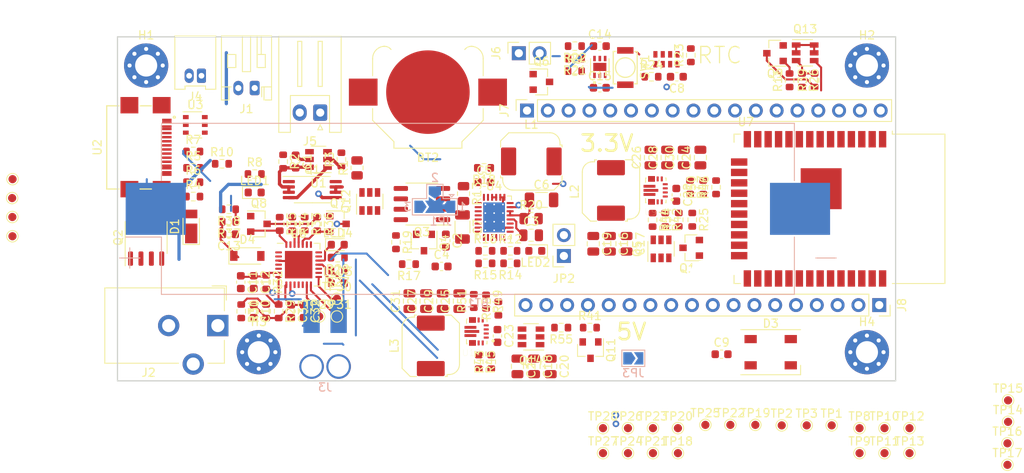
<source format=kicad_pcb>
(kicad_pcb (version 20171130) (host pcbnew "(5.1.8)-1")
  (layers (0 F.Cu signal) (31 B.Cu signal hide) (34 B.Paste user) (35 F.Paste user) (36 B.SilkS user) (37 F.SilkS user) (38 B.Mask user) (39 F.Mask user) (44 Edge.Cuts user))
  (net 0 "")
  (net 1 -BATT)
  (net 2 +BATT)
  (net 3 "Net-(C1-Pad1)")
  (net 4 GND)
  (net 5 VDD)
  (net 6 "/Charging Module/CELLS1")
  (net 7 "/Charging Module/VCC2P5")
  (net 8 "Net-(C5-Pad2)")
  (net 9 "Net-(C5-Pad1)")
  (net 10 VCC)
  (net 11 "/MCU Module/VIO")
  (net 12 "/MCU Module/EN")
  (net 13 "/MCU Module/5V")
  (net 14 "/Charging Module/3v3_I2C")
  (net 15 "/MCU Module/3v3_MCU")
  (net 16 "/Regulator and Cut-Off Module/VIN")
  (net 17 "/MCU Module/RGBW_LED")
  (net 18 "/Charging Module/NTC")
  (net 19 "/MCU Module/IO36")
  (net 20 "/MCU Module/IO39")
  (net 21 "/MCU Module/IO34")
  (net 22 "/MCU Module/IO35")
  (net 23 /~SMBALERT)
  (net 24 "/MCU Module/IO33")
  (net 25 "/MCU Module/IO25")
  (net 26 "/MCU Module/IO26")
  (net 27 "/MCU Module/IO27")
  (net 28 "/MCU Module/IO14")
  (net 29 "/MCU Module/EN_3V3")
  (net 30 "/MCU Module/EN_5V")
  (net 31 VBUS)
  (net 32 "/MCU Module/3v3")
  (net 33 "/MCU Module/IO15")
  (net 34 "/MCU Module/IO4")
  (net 35 "/MCU Module/IO16")
  (net 36 "/MCU Module/IO17")
  (net 37 "/MCU Module/IO5")
  (net 38 "/MCU Module/IO18")
  (net 39 "/MCU Module/IO19")
  (net 40 /SDA)
  (net 41 "/MCU Module/RXD")
  (net 42 "/MCU Module/TXD")
  (net 43 /SCL)
  (net 44 "/MCU Module/IO23")
  (net 45 "/MCU Module/IO0")
  (net 46 "/Charger inputs and USB IO/V_CHARGE")
  (net 47 /RTC/EVI)
  (net 48 "Net-(JP2-Pad1)")
  (net 49 "Net-(LED1-Pad1)")
  (net 50 "Net-(LED2-Pad1)")
  (net 51 "Net-(LED3-Pad2)")
  (net 52 "/MCU Module/RXT")
  (net 53 "Net-(LED4-Pad2)")
  (net 54 "/MCU Module/TXT")
  (net 55 "Net-(Q1-Pad8)")
  (net 56 "Net-(Q1-Pad5)")
  (net 57 "Net-(Q1-Pad4)")
  (net 58 "Net-(Q1-Pad1)")
  (net 59 "Net-(L1-Pad2)")
  (net 60 "/Charging Module/NTCbias")
  (net 61 "/MCU Module/RSTb")
  (net 62 "/MCU Module/DTR")
  (net 63 "/MCU Module/RTS")
  (net 64 /D-)
  (net 65 /D+)
  (net 66 "Net-(U1-Pad4)")
  (net 67 "/Charging Module/CELLS0")
  (net 68 "Net-(JP3-Pad1)")
  (net 69 "Net-(C10-Pad1)")
  (net 70 "Net-(C16-Pad1)")
  (net 71 "Net-(C18-Pad1)")
  (net 72 "Net-(C22-Pad1)")
  (net 73 "Net-(C23-Pad1)")
  (net 74 "Net-(D3-Pad4)")
  (net 75 "Net-(D4-Pad1)")
  (net 76 "Net-(L2-Pad2)")
  (net 77 "Net-(L2-Pad1)")
  (net 78 "Net-(L3-Pad1)")
  (net 79 "Net-(L3-Pad2)")
  (net 80 "Net-(Q3-Pad7)")
  (net 81 "Net-(Q3-Pad4)")
  (net 82 "Net-(Q3-Pad2)")
  (net 83 "Net-(Q4-Pad3)")
  (net 84 "Net-(Q7-Pad3)")
  (net 85 "Net-(Q8-Pad3)")
  (net 86 "Net-(R3-Pad1)")
  (net 87 "Net-(R4-Pad1)")
  (net 88 "Net-(R6-Pad1)")
  (net 89 "Net-(R7-Pad1)")
  (net 90 "Net-(R14-Pad2)")
  (net 91 "Net-(R30-Pad2)")
  (net 92 "Net-(R33-Pad2)")
  (net 93 "Net-(R34-Pad2)")
  (net 94 "Net-(R44-Pad1)")
  (net 95 "Net-(R45-Pad1)")
  (net 96 "Net-(R46-Pad1)")
  (net 97 "Net-(R47-Pad2)")
  (net 98 "Net-(R48-Pad1)")
  (net 99 "Net-(R49-Pad2)")
  (net 100 "Net-(TP29-Pad1)")
  (net 101 "Net-(TP30-Pad1)")
  (net 102 "Net-(TP31-Pad1)")
  (net 103 "Net-(U2-PadA8)")
  (net 104 "Net-(U2-PadB8)")
  (net 105 "Net-(U3-Pad4)")
  (net 106 "Net-(U3-Pad3)")
  (net 107 "Net-(U5-Pad1)")
  (net 108 "Net-(U6-Pad27)")
  (net 109 "Net-(U6-Pad23)")
  (net 110 "Net-(U6-Pad22)")
  (net 111 "Net-(U6-Pad21)")
  (net 112 "Net-(U6-Pad20)")
  (net 113 "Net-(U6-Pad17)")
  (net 114 "Net-(U6-Pad16)")
  (net 115 "Net-(U6-Pad12)")
  (net 116 "Net-(U6-Pad11)")
  (net 117 "Net-(U6-Pad10)")
  (net 118 "Net-(U6-Pad2)")
  (net 119 "Net-(U6-Pad1)")
  (net 120 "Net-(U7-Pad32)")
  (net 121 "Net-(U7-Pad22)")
  (net 122 "Net-(U7-Pad21)")
  (net 123 "Net-(U7-Pad20)")
  (net 124 "Net-(U7-Pad19)")
  (net 125 "Net-(U7-Pad18)")
  (net 126 "Net-(U7-Pad17)")
  (net 127 "Net-(U8-Pad4)")
  (net 128 "Net-(Q5-Pad3)")
  (net 129 "Net-(Q9-Pad3)")
  (net 130 "Net-(Q12-Pad3)")
  (net 131 "Net-(Q13-Pad3)")
  (net 132 "Net-(Q14-Pad3)")
  (net 133 /RTC/VIN)
  (net 134 /RTC/INT)
  (net 135 /RTC/~INT)
  (net 136 "Net-(U9-Pad6)")
  (net 137 "Net-(U10-Pad6)")
  (net 138 /VBUS1)
  (net 139 "Net-(BT2-Pad1)")
  (module usb_c:usb-c-usb4110 (layer F.Cu) (at 112.75 47.5 270)
    (fp_text reference U2 (at 0 5.207 270) (layer F.SilkS))
    (fp_text value USB-C)
    (pad B6 smd rect (at 0.75111 -3.2766 270) (size 0.3 1.15) (layers F.Cu F.Paste F.Mask) (net 65 /D+))
    (pad B8 smd rect (at -1.7526 -3.2766 270) (size 0.3 1.15) (layers F.Cu F.Paste F.Mask) (net 104 "Net-(U2-PadB8)"))
    (pad A5 smd rect (at -1.251858 -3.2766 270) (size 0.3 1.15) (layers F.Cu F.Paste F.Mask) (net 89 "Net-(R7-Pad1)"))
    (pad B7 smd rect (at -0.751116 -3.2766 270) (size 0.3 1.15) (layers F.Cu F.Paste F.Mask) (net 64 /D-))
    (pad A6 smd rect (at -0.250374 -3.2766 270) (size 0.3 1.15) (layers F.Cu F.Paste F.Mask) (net 65 /D+))
    (pad A7 smd rect (at 0.250368 -3.2766 270) (size 0.3 1.15) (layers F.Cu F.Paste F.Mask) (net 64 /D-))
    (pad A8 smd rect (at 1.251852 -3.2766 270) (size 0.3 1.15) (layers F.Cu F.Paste F.Mask) (net 103 "Net-(U2-PadA8)"))
    (pad B5 smd rect (at 1.7526 -3.2766 270) (size 0.3 1.15) (layers F.Cu F.Paste F.Mask) (net 88 "Net-(R6-Pad1)"))
    (pad B4 smd rect (at 2.2352 -3.2766 270) (size 0.3 1.15) (layers F.Cu F.Paste F.Mask) (net 31 VBUS))
    (pad A9 smd rect (at 2.54 -3.2766 270) (size 0.3 1.15) (layers F.Cu F.Paste F.Mask) (net 31 VBUS))
    (pad B1 smd rect (at 3.0353 -3.2766 270) (size 0.3 1.15) (layers F.Cu F.Paste F.Mask) (net 4 GND))
    (pad A12 smd rect (at 3.3274 -3.2766 270) (size 0.3 1.15) (layers F.Cu F.Paste F.Mask) (net 4 GND))
    (pad B9 smd rect (at -2.2479 -3.2766 270) (size 0.3 1.15) (layers F.Cu F.Paste F.Mask) (net 31 VBUS))
    (pad A4 smd rect (at -2.5527 -3.2766 270) (size 0.3 1.15) (layers F.Cu F.Paste F.Mask) (net 31 VBUS))
    (pad B12 smd rect (at -3.048 -3.2766 270) (size 0.3 1.15) (layers F.Cu F.Paste F.Mask) (net 4 GND))
    (pad A1 smd rect (at -3.3528 -3.2766 270) (size 0.3 1.15) (layers F.Cu F.Paste F.Mask) (net 4 GND))
    (pad S1 smd rect (at 5.0927 -2.6416 270) (size 2 2.18) (layers F.Cu F.Paste F.Mask) (net 87 "Net-(R4-Pad1)"))
    (pad S1 smd rect (at 5.0927 1.2954 270) (size 2 2.18) (layers F.Cu F.Paste F.Mask) (net 87 "Net-(R4-Pad1)"))
    (pad S1 smd rect (at -5.1562 1.2954 270) (size 2 2.18) (layers F.Cu F.Paste F.Mask) (net 87 "Net-(R4-Pad1)"))
    (pad S1 smd rect (at -5.1562 -2.6416 270) (size 2 2.18) (layers F.Cu F.Paste F.Mask) (net 87 "Net-(R4-Pad1)"))
    (pad "" np_thru_hole circle (at -2.8956 -2.286 270) (size 0.65 0.65) (drill 0.65) (layers *.Cu *.Mask))
    (pad "" np_thru_hole circle (at 2.8702 -2.286 270) (size 0.65 0.65) (drill 0.65) (layers *.Cu *.Mask))
  )
  (module Battery:BatteryHolder_Keystone_1042_1x18650 (layer B.Cu) (at 154 55)
    (fp_text reference BT1 (at 0 11.5) (layer B.SilkS) (effects (justify mirror)))
    (fp_text value Battery_Cell_Holder_18650_SMT_1042)
    (pad 1 smd rect (at -39.33 0) (size 7.34 6.35) (layers B.Cu B.Paste B.Mask) (net 2 +BATT))
    (pad 2 smd rect (at 39.33 0) (size 7.34 6.35) (layers B.Cu B.Paste B.Mask) (net 1 -BATT))
    (pad "" np_thru_hole circle (at 27.6 8) (size 3.45 3.45) (drill 3.45) (layers *.Cu *.Mask))
    (pad "" np_thru_hole circle (at -27.6 -8) (size 3.45 3.45) (drill 3.45) (layers *.Cu *.Mask))
    (pad "" np_thru_hole circle (at -35.93 8) (size 2.39 2.39) (drill 2.39) (layers *.Cu *.Mask))
  )
  (module Resistor_SMD:R_0603_1608Metric (layer F.Cu) (at 130.224 49.222 270)
    (fp_text reference R2 (at 0 -1.43 90) (layer F.SilkS))
    (fp_text value DNP/0)
    (pad 2 smd roundrect (at 0.825 0 270) (size 0.8 0.95) (layers F.Cu F.Paste F.Mask) (net 1 -BATT))
    (pad 1 smd roundrect (at -0.825 0 270) (size 0.8 0.95) (layers F.Cu F.Paste F.Mask) (net 4 GND))
  )
  (module Resistor_SMD:R_0603_1608Metric (layer F.Cu) (at 137.336 48.972 90)
    (fp_text reference R3 (at 0 -1.43 90) (layer F.SilkS))
    (fp_text value 2.7k)
    (pad 2 smd roundrect (at 0.825 0 90) (size 0.8 0.95) (layers F.Cu F.Paste F.Mask) (net 4 GND))
    (pad 1 smd roundrect (at -0.825 0 90) (size 0.8 0.95) (layers F.Cu F.Paste F.Mask) (net 86 "Net-(R3-Pad1)"))
  )
  (module Package_SO:TSSOP-8_4.4x3mm_P0.65mm (layer F.Cu) (at 133.78 52.651)
    (fp_text reference Q1 (at 0 -2.45) (layer F.SilkS))
    (fp_text value DMN2019UTS)
    (pad 8 smd roundrect (at 2.8625 -0.975) (size 1.475 0.4) (layers F.Cu F.Paste F.Mask) (net 55 "Net-(Q1-Pad8)"))
    (pad 7 smd roundrect (at 2.8625 -0.325) (size 1.475 0.4) (layers F.Cu F.Paste F.Mask) (net 4 GND))
    (pad 6 smd roundrect (at 2.8625 0.325) (size 1.475 0.4) (layers F.Cu F.Paste F.Mask) (net 4 GND))
    (pad 5 smd roundrect (at 2.8625 0.975) (size 1.475 0.4) (layers F.Cu F.Paste F.Mask) (net 56 "Net-(Q1-Pad5)"))
    (pad 4 smd roundrect (at -2.8625 0.975) (size 1.475 0.4) (layers F.Cu F.Paste F.Mask) (net 57 "Net-(Q1-Pad4)"))
    (pad 3 smd roundrect (at -2.8625 0.325) (size 1.475 0.4) (layers F.Cu F.Paste F.Mask) (net 1 -BATT))
    (pad 2 smd roundrect (at -2.8625 -0.325) (size 1.475 0.4) (layers F.Cu F.Paste F.Mask) (net 1 -BATT))
    (pad 1 smd roundrect (at -2.8625 -0.975) (size 1.475 0.4) (layers F.Cu F.Paste F.Mask) (net 58 "Net-(Q1-Pad1)"))
  )
  (module Capacitor_SMD:C_0603_1608Metric (layer F.Cu) (at 131.748 49.222 270)
    (fp_text reference C1 (at 0 -1.43 90) (layer F.SilkS))
    (fp_text value CC0603JRX7R9BB104)
    (pad 1 smd roundrect (at -0.775 0 270) (size 0.9 0.95) (layers F.Cu F.Paste F.Mask) (net 3 "Net-(C1-Pad1)"))
    (pad 2 smd roundrect (at 0.775 0 270) (size 0.9 0.95) (layers F.Cu F.Paste F.Mask) (net 1 -BATT))
  )
  (module Package_TO_SOT_SMD:SOT-23-6 (layer F.Cu) (at 134.542 48.968 180)
    (fp_text reference U1 (at 0 -2.9) (layer F.SilkS))
    (fp_text value AP9101CK6-AYTRG1)
    (pad 5 smd rect (at 1.1 0 180) (size 1.06 0.65) (layers F.Cu F.Paste F.Mask) (net 3 "Net-(C1-Pad1)"))
    (pad 6 smd rect (at 1.1 -0.95 180) (size 1.06 0.65) (layers F.Cu F.Paste F.Mask) (net 1 -BATT))
    (pad 4 smd rect (at 1.1 0.95 180) (size 1.06 0.65) (layers F.Cu F.Paste F.Mask) (net 66 "Net-(U1-Pad4)"))
    (pad 3 smd rect (at -1.1 0.95 180) (size 1.06 0.65) (layers F.Cu F.Paste F.Mask) (net 56 "Net-(Q1-Pad5)"))
    (pad 2 smd rect (at -1.1 0 180) (size 1.06 0.65) (layers F.Cu F.Paste F.Mask) (net 86 "Net-(R3-Pad1)"))
    (pad 1 smd rect (at -1.1 -0.95 180) (size 1.06 0.65) (layers F.Cu F.Paste F.Mask) (net 57 "Net-(Q1-Pad4)"))
  )
  (module Resistor_SMD:R_0805_2012Metric (layer F.Cu) (at 139.25 50 90)
    (fp_text reference R1 (at 0 -1.65 90) (layer F.SilkS))
    (fp_text value ERJ-P06F4700V)
    (pad 1 smd roundrect (at -0.9125 0 90) (size 1.025 1.4) (layers F.Cu F.Paste F.Mask) (roundrect_rratio 0.243902) (net 2 +BATT))
    (pad 2 smd roundrect (at 0.9125 0 90) (size 1.025 1.4) (layers F.Cu F.Paste F.Mask) (roundrect_rratio 0.243902) (net 3 "Net-(C1-Pad1)"))
  )
  (module ext_input:ext_input_pads (layer B.Cu) (at 135.349 70.186 180)
    (fp_text reference J3 (at 0 -6.604 180) (layer B.SilkS) (effects (justify mirror)))
    (fp_text value Conn_01x02_Male)
    (pad "" np_thru_hole circle (at 1.651 -4.064 90) (size 3 3) (drill 2.5) (layers *.Cu *.Mask))
    (pad "" np_thru_hole circle (at -1.651 -4.064 90) (size 3 3) (drill 2.5) (layers *.Cu *.Mask))
    (pad 2 smd rect (at 1.651 2.032 90) (size 4 2) (layers B.Cu B.Paste B.Mask) (net 4 GND))
    (pad 1 smd rect (at -1.651 2.032 90) (size 4 2) (layers B.Cu B.Paste B.Mask) (net 46 "/Charger inputs and USB IO/V_CHARGE"))
  )
  (module Capacitor_SMD:C_1206_3216Metric (layer F.Cu) (at 152.119 57.209 270)
    (fp_text reference C7 (at 0 -1.85 90) (layer F.SilkS))
    (fp_text value CL31B106KAHNNNE)
    (pad 1 smd roundrect (at -1.475 0 270) (size 1.15 1.8) (layers F.Cu F.Paste F.Mask) (roundrect_rratio 0.217391) (net 10 VCC))
    (pad 2 smd roundrect (at 1.475 0 270) (size 1.15 1.8) (layers F.Cu F.Paste F.Mask) (roundrect_rratio 0.217391) (net 4 GND))
  )
  (module TestPoint:TestPoint_Pad_D1.0mm (layer F.Cu) (at 218.6538 83.628332)
    (fp_text reference TP16 (at 0 -1.448) (layer F.SilkS))
    (fp_text value TestPoint)
    (pad 1 smd circle (at 0 0) (size 1 1) (layers F.Cu F.Mask) (net 14 "/Charging Module/3v3_I2C"))
  )
  (module Capacitor_SMD:C_0603_1608Metric (layer F.Cu) (at 131.202 67.505 270)
    (fp_text reference C33 (at 0 -1.43 90) (layer F.SilkS))
    (fp_text value 0.1µF)
    (pad 2 smd roundrect (at 0.775 0 270) (size 0.9 0.95) (layers F.Cu F.Paste F.Mask) (net 4 GND))
    (pad 1 smd roundrect (at -0.775 0 270) (size 0.9 0.95) (layers F.Cu F.Paste F.Mask) (net 69 "Net-(C10-Pad1)"))
  )
  (module Capacitor_SMD:C_0603_1608Metric (layer F.Cu) (at 132.726 67.505 270)
    (fp_text reference C32 (at 0 -1.43 90) (layer F.SilkS))
    (fp_text value 4.7µF)
    (pad 2 smd roundrect (at 0.775 0 270) (size 0.9 0.95) (layers F.Cu F.Paste F.Mask) (net 4 GND))
    (pad 1 smd roundrect (at -0.775 0 270) (size 0.9 0.95) (layers F.Cu F.Paste F.Mask) (net 69 "Net-(C10-Pad1)"))
  )
  (module Resistor_SMD:R_0603_1608Metric (layer F.Cu) (at 123.608 55.055 180)
    (fp_text reference R38 (at 0 -1.43) (layer F.SilkS))
    (fp_text value 12k)
    (pad 2 smd roundrect (at 0.825 0 180) (size 0.8 0.95) (layers F.Cu F.Paste F.Mask) (net 45 "/MCU Module/IO0"))
    (pad 1 smd roundrect (at -0.825 0 180) (size 0.8 0.95) (layers F.Cu F.Paste F.Mask) (net 15 "/MCU Module/3v3_MCU"))
  )
  (module TPS70933DRV:SON65P200X200X80-7N (layer F.Cu) (at 168.887 37.673 90)
    (fp_text reference U8 (at 0.292 -1.7134 90) (layer F.SilkS) (effects (font (size 0.64 0.64) (thickness 0.015))))
    (fp_text value TPS70933DRVT)
    (pad 7 smd rect (at 0 0 90) (size 1 1.6) (layers F.Cu F.Mask))
    (pad 6 smd rect (at 1.025 -0.65 90) (size 0.66 0.32) (layers F.Cu F.Paste F.Mask) (net 133 /RTC/VIN))
    (pad 5 smd rect (at 1.025 0 90) (size 0.66 0.32) (layers F.Cu F.Paste F.Mask))
    (pad 4 smd rect (at 1.025 0.65 90) (size 0.66 0.32) (layers F.Cu F.Paste F.Mask) (net 127 "Net-(U8-Pad4)"))
    (pad 3 smd rect (at -1.025 0.65 90) (size 0.66 0.32) (layers F.Cu F.Paste F.Mask) (net 4 GND))
    (pad 2 smd rect (at -1.025 0 90) (size 0.66 0.32) (layers F.Cu F.Paste F.Mask))
    (pad 1 smd rect (at -1.025 -0.65 90) (size 0.66 0.32) (layers F.Cu F.Paste F.Mask) (net 14 "/Charging Module/3v3_I2C"))
  )
  (module Resistor_SMD:R_0603_1608Metric (layer F.Cu) (at 195.104 39.298 90)
    (fp_text reference R39 (at 0 -1.43 90) (layer F.SilkS))
    (fp_text value 390k)
    (pad 2 smd roundrect (at 0.825 0 90) (size 0.8 0.95) (layers F.Cu F.Paste F.Mask) (net 131 "Net-(Q13-Pad3)"))
    (pad 1 smd roundrect (at -0.825 0 90) (size 0.8 0.95) (layers F.Cu F.Paste F.Mask) (net 129 "Net-(Q9-Pad3)"))
  )
  (module Resistor_SMD:R_0603_1608Metric (layer F.Cu) (at 193.58 39.298 270)
    (fp_text reference R26 (at 0 -1.43 90) (layer F.SilkS))
    (fp_text value 1M)
    (pad 2 smd roundrect (at 0.825 0 270) (size 0.8 0.95) (layers F.Cu F.Paste F.Mask) (net 15 "/MCU Module/3v3_MCU"))
    (pad 1 smd roundrect (at -0.825 0 270) (size 0.8 0.95) (layers F.Cu F.Paste F.Mask) (net 131 "Net-(Q13-Pad3)"))
  )
  (module Resistor_SMD:R_0603_1608Metric (layer F.Cu) (at 192.056 39.298 90)
    (fp_text reference R11 (at 0 -1.43 90) (layer F.SilkS))
    (fp_text value 1M)
    (pad 2 smd roundrect (at 0.825 0 90) (size 0.8 0.95) (layers F.Cu F.Paste F.Mask) (net 29 "/MCU Module/EN_3V3"))
    (pad 1 smd roundrect (at -0.825 0 90) (size 0.8 0.95) (layers F.Cu F.Paste F.Mask) (net 4 GND))
  )
  (module Resistor_SMD:R_0603_1608Metric (layer F.Cu) (at 165.839 38.181)
    (fp_text reference R9 (at 0 -1.43) (layer F.SilkS))
    (fp_text value 390k)
    (pad 2 smd roundrect (at 0.825 0) (size 0.8 0.95) (layers F.Cu F.Paste F.Mask) (net 14 "/Charging Module/3v3_I2C"))
    (pad 1 smd roundrect (at -0.825 0) (size 0.8 0.95) (layers F.Cu F.Paste F.Mask) (net 135 /RTC/~INT))
  )
  (module Package_TO_SOT_SMD:SOT-23-6 (layer F.Cu) (at 193.956999 35.948999)
    (fp_text reference Q13 (at 0 -2.9) (layer F.SilkS))
    (fp_text value DMP2035UVT)
    (pad 5 smd rect (at 1.1 0) (size 1.06 0.65) (layers F.Cu F.Paste F.Mask) (net 32 "/MCU Module/3v3"))
    (pad 6 smd rect (at 1.1 -0.95) (size 1.06 0.65) (layers F.Cu F.Paste F.Mask) (net 32 "/MCU Module/3v3"))
    (pad 4 smd rect (at 1.1 0.95) (size 1.06 0.65) (layers F.Cu F.Paste F.Mask) (net 15 "/MCU Module/3v3_MCU"))
    (pad 3 smd rect (at -1.1 0.95) (size 1.06 0.65) (layers F.Cu F.Paste F.Mask) (net 131 "Net-(Q13-Pad3)"))
    (pad 2 smd rect (at -1.1 0) (size 1.06 0.65) (layers F.Cu F.Paste F.Mask) (net 32 "/MCU Module/3v3"))
    (pad 1 smd rect (at -1.1 -0.95) (size 1.06 0.65) (layers F.Cu F.Paste F.Mask) (net 32 "/MCU Module/3v3"))
  )
  (module Package_TO_SOT_SMD:SOT-23 (layer F.Cu) (at 190.278 35.998999 180)
    (fp_text reference Q9 (at 0 -2.5) (layer F.SilkS))
    (fp_text value 2N7002A)
    (pad 3 smd rect (at 1 0 180) (size 0.9 0.8) (layers F.Cu F.Paste F.Mask) (net 129 "Net-(Q9-Pad3)"))
    (pad 2 smd rect (at -1 0.95 180) (size 0.9 0.8) (layers F.Cu F.Paste F.Mask) (net 4 GND))
    (pad 1 smd rect (at -1 -0.95 180) (size 0.9 0.8) (layers F.Cu F.Paste F.Mask) (net 29 "/MCU Module/EN_3V3"))
  )
  (module Package_TO_SOT_SMD:SOT-23 (layer F.Cu) (at 161.75 39.5)
    (fp_text reference Q6 (at 0 -2.5) (layer F.SilkS))
    (fp_text value BSS84-7-F)
    (pad 3 smd rect (at 1 0) (size 0.9 0.8) (layers F.Cu F.Paste F.Mask) (net 134 /RTC/INT))
    (pad 2 smd rect (at -1 0.95) (size 0.9 0.8) (layers F.Cu F.Paste F.Mask) (net 14 "/Charging Module/3v3_I2C"))
    (pad 1 smd rect (at -1 -0.95) (size 0.9 0.8) (layers F.Cu F.Paste F.Mask) (net 135 /RTC/~INT))
  )
  (module Package_SO:SO-8_3.9x4.9mm_P1.27mm (layer F.Cu) (at 113.5 58.5 90)
    (fp_text reference Q2 (at 0 -3.4 90) (layer F.SilkS))
    (fp_text value DMP3028LSD)
    (pad 8 smd roundrect (at 2.575 -1.905 90) (size 1.75 0.6) (layers F.Cu F.Paste F.Mask) (net 46 "/Charger inputs and USB IO/V_CHARGE"))
    (pad 7 smd roundrect (at 2.575 -0.635 90) (size 1.75 0.6) (layers F.Cu F.Paste F.Mask) (net 46 "/Charger inputs and USB IO/V_CHARGE"))
    (pad 6 smd roundrect (at 2.575 0.635 90) (size 1.75 0.6) (layers F.Cu F.Paste F.Mask))
    (pad 5 smd roundrect (at 2.575 1.905 90) (size 1.75 0.6) (layers F.Cu F.Paste F.Mask))
    (pad 4 smd roundrect (at -2.575 1.905 90) (size 1.75 0.6) (layers F.Cu F.Paste F.Mask))
    (pad 3 smd roundrect (at -2.575 0.635 90) (size 1.75 0.6) (layers F.Cu F.Paste F.Mask))
    (pad 2 smd roundrect (at -2.575 -0.635 90) (size 1.75 0.6) (layers F.Cu F.Paste F.Mask) (net 138 /VBUS1))
    (pad 1 smd roundrect (at -2.575 -1.905 90) (size 1.75 0.6) (layers F.Cu F.Paste F.Mask) (net 5 VDD))
  )
  (module Capacitor_SMD:C_0603_1608Metric (layer F.Cu) (at 168.887 40.213)
    (fp_text reference C15 (at 0 -1.43) (layer F.SilkS))
    (fp_text value 2.2μF)
    (pad 2 smd roundrect (at 0.775 0) (size 0.9 0.95) (layers F.Cu F.Paste F.Mask) (net 4 GND))
    (pad 1 smd roundrect (at -0.775 0) (size 0.9 0.95) (layers F.Cu F.Paste F.Mask) (net 14 "/Charging Module/3v3_I2C"))
  )
  (module Capacitor_SMD:C_0603_1608Metric (layer F.Cu) (at 168.887 35.133)
    (fp_text reference C14 (at 0 -1.43) (layer F.SilkS))
    (fp_text value 2.2μF)
    (pad 2 smd roundrect (at 0.775 0) (size 0.9 0.95) (layers F.Cu F.Paste F.Mask) (net 4 GND))
    (pad 1 smd roundrect (at -0.775 0) (size 0.9 0.95) (layers F.Cu F.Paste F.Mask) (net 133 /RTC/VIN))
  )
  (module LED_SMD:LED_SK6812_PLCC4_5.0x5.0mm_P3.2mm (layer F.Cu) (at 189.75 72.5)
    (fp_text reference D3 (at 0 -3.5) (layer F.SilkS))
    (fp_text value SK6812)
    (pad 3 smd rect (at -2.45 -1.6) (size 1.5 1) (layers F.Cu F.Paste F.Mask) (net 13 "/MCU Module/5V"))
    (pad 4 smd rect (at -2.45 1.6) (size 1.5 1) (layers F.Cu F.Paste F.Mask) (net 74 "Net-(D3-Pad4)"))
    (pad 2 smd rect (at 2.45 -1.6) (size 1.5 1) (layers F.Cu F.Paste F.Mask) (net 17 "/MCU Module/RGBW_LED"))
    (pad 1 smd rect (at 2.45 1.6) (size 1.5 1) (layers F.Cu F.Paste F.Mask) (net 4 GND))
  )
  (module Jumper:SolderJumper-2_P1.3mm_Open_TrianglePad1.0x1.5mm (layer B.Cu) (at 172.975 73.25)
    (fp_text reference JP3 (at 0 1.8) (layer B.SilkS) (effects (justify mirror)))
    (fp_text value Jumper_NC_Small)
    (pad 1 smd custom (at -0.725 0) (size 0.3 0.3) (layers B.Cu B.Mask) (net 68 "Net-(JP3-Pad1)") (options (clearance outline) (anchor rect)) (primitives (gr_poly (pts (xy -0.5 0.75) (xy 0.5 0.75) (xy 1 0) (xy 0.5 -0.75) (xy -0.5 -0.75)) (width 0))))
    (pad 2 smd custom (at 0.725 0) (size 0.3 0.3) (layers B.Cu B.Mask) (net 4 GND) (options (clearance outline) (anchor rect)) (primitives (gr_poly (pts (xy -0.65 0.75) (xy 0.5 0.75) (xy 0.5 -0.75) (xy -0.65 -0.75) (xy -0.15 0)) (width 0))))
  )
  (module Resistor_SMD:R_0603_1608Metric (layer F.Cu) (at 123.608 56.579 180)
    (fp_text reference R37 (at 0 -1.43) (layer F.SilkS))
    (fp_text value 12k)
    (pad 2 smd roundrect (at 0.825 0 180) (size 0.8 0.95) (layers F.Cu F.Paste F.Mask) (net 12 "/MCU Module/EN"))
    (pad 1 smd roundrect (at -0.825 0 180) (size 0.8 0.95) (layers F.Cu F.Paste F.Mask) (net 15 "/MCU Module/3v3_MCU"))
  )
  (module Diode_SMD:D_SOD-123 (layer F.Cu) (at 125.85 60.75)
    (fp_text reference D4 (at 0 -2) (layer F.SilkS))
    (fp_text value B5819W)
    (pad 2 smd rect (at 1.65 0) (size 0.9 1.2) (layers F.Cu F.Paste F.Mask) (net 12 "/MCU Module/EN"))
    (pad 1 smd rect (at -1.65 0) (size 0.9 1.2) (layers F.Cu F.Paste F.Mask) (net 75 "Net-(D4-Pad1)"))
  )
  (module Capacitor_SMD:C_0603_1608Metric (layer F.Cu) (at 183.75 72.75)
    (fp_text reference C9 (at 0 -1.43) (layer F.SilkS))
    (fp_text value 0.1µF)
    (pad 2 smd roundrect (at 0.775 0) (size 0.9 0.95) (layers F.Cu F.Paste F.Mask) (net 4 GND))
    (pad 1 smd roundrect (at -0.775 0) (size 0.9 0.95) (layers F.Cu F.Paste F.Mask) (net 13 "/MCU Module/5V"))
  )
  (module Diode_SMD:D_PowerDI-123 (layer F.Cu) (at 119 57.15 90)
    (fp_text reference D1 (at 0 -2 90) (layer F.SilkS))
    (fp_text value DFLS230L)
    (pad 2 smd rect (at 1.525 0 270) (size 1.05 1.5) (layers F.Cu F.Paste F.Mask) (net 138 /VBUS1))
    (pad 1 smd rect (at -0.85 0 270) (size 2.4 1.5) (layers F.Cu F.Paste F.Mask) (net 5 VDD))
  )
  (module Connector_JST_user:JST_ZH_S2B-ZR_1x02_P1.50mm_Horizontal (layer F.Cu) (at 119.5 38.75 180)
    (fp_text reference J4 (at 0 -2.55) (layer F.SilkS))
    (fp_text value DNP/JST_ZH_S2B_thru)
    (pad 1 thru_hole roundrect (at -0.75 0 180) (size 1.1 1.75) (drill 0.7) (layers *.Cu *.Mask) (roundrect_rratio 0.208) (net 18 "/Charging Module/NTC"))
    (pad 2 thru_hole oval (at 0.75 0 180) (size 1.1 1.75) (drill 0.7) (layers *.Cu *.Mask) (net 4 GND))
  )
  (module Connector_JST:JST_XH_S2B-XH-A_1x02_P2.50mm_Horizontal (layer F.Cu) (at 134.75 43.25 180)
    (fp_text reference J5 (at 1.25 -3.5) (layer F.SilkS))
    (fp_text value JST_XH_S2B_thru)
    (pad 2 thru_hole oval (at 2.5 0 180) (size 1.7 2) (drill 1) (layers *.Cu *.Mask) (net 4 GND))
    (pad 1 thru_hole roundrect (at 0 0 180) (size 1.7 2) (drill 1) (layers *.Cu *.Mask) (roundrect_rratio 0.147059) (net 2 +BATT))
  )
  (module Connector_PinSocket_2.54mm:PinSocket_1x18_P2.54mm_Vertical (layer F.Cu) (at 203 66.75 270)
    (fp_text reference J8 (at 0 -2.77 90) (layer F.SilkS))
    (fp_text value mcu_pinout)
    (pad 18 thru_hole oval (at 0 43.18 270) (size 1.7 1.7) (drill 1) (layers *.Cu *.Mask) (net 32 "/MCU Module/3v3"))
    (pad 17 thru_hole oval (at 0 40.64 270) (size 1.7 1.7) (drill 1) (layers *.Cu *.Mask) (net 4 GND))
    (pad 16 thru_hole oval (at 0 38.1 270) (size 1.7 1.7) (drill 1) (layers *.Cu *.Mask) (net 15 "/MCU Module/3v3_MCU"))
    (pad 15 thru_hole oval (at 0 35.56 270) (size 1.7 1.7) (drill 1) (layers *.Cu *.Mask) (net 4 GND))
    (pad 14 thru_hole oval (at 0 33.02 270) (size 1.7 1.7) (drill 1) (layers *.Cu *.Mask) (net 33 "/MCU Module/IO15"))
    (pad 13 thru_hole oval (at 0 30.48 270) (size 1.7 1.7) (drill 1) (layers *.Cu *.Mask) (net 17 "/MCU Module/RGBW_LED"))
    (pad 12 thru_hole oval (at 0 27.94 270) (size 1.7 1.7) (drill 1) (layers *.Cu *.Mask) (net 34 "/MCU Module/IO4"))
    (pad 11 thru_hole oval (at 0 25.4 270) (size 1.7 1.7) (drill 1) (layers *.Cu *.Mask) (net 35 "/MCU Module/IO16"))
    (pad 10 thru_hole oval (at 0 22.86 270) (size 1.7 1.7) (drill 1) (layers *.Cu *.Mask) (net 36 "/MCU Module/IO17"))
    (pad 9 thru_hole oval (at 0 20.32 270) (size 1.7 1.7) (drill 1) (layers *.Cu *.Mask) (net 37 "/MCU Module/IO5"))
    (pad 8 thru_hole oval (at 0 17.78 270) (size 1.7 1.7) (drill 1) (layers *.Cu *.Mask) (net 38 "/MCU Module/IO18"))
    (pad 7 thru_hole oval (at 0 15.24 270) (size 1.7 1.7) (drill 1) (layers *.Cu *.Mask) (net 39 "/MCU Module/IO19"))
    (pad 6 thru_hole oval (at 0 12.7 270) (size 1.7 1.7) (drill 1) (layers *.Cu *.Mask) (net 40 /SDA))
    (pad 5 thru_hole oval (at 0 10.16 270) (size 1.7 1.7) (drill 1) (layers *.Cu *.Mask) (net 41 "/MCU Module/RXD"))
    (pad 4 thru_hole oval (at 0 7.62 270) (size 1.7 1.7) (drill 1) (layers *.Cu *.Mask) (net 42 "/MCU Module/TXD"))
    (pad 3 thru_hole oval (at 0 5.08 270) (size 1.7 1.7) (drill 1) (layers *.Cu *.Mask) (net 43 /SCL))
    (pad 2 thru_hole oval (at 0 2.54 270) (size 1.7 1.7) (drill 1) (layers *.Cu *.Mask) (net 44 "/MCU Module/IO23"))
    (pad 1 thru_hole rect (at 0 0 270) (size 1.7 1.7) (drill 1) (layers *.Cu *.Mask) (net 45 "/MCU Module/IO0"))
  )
  (module Package_TO_SOT_SMD:SOT-23 (layer F.Cu) (at 147.42 59.114 270)
    (fp_text reference Q4 (at 0 -2.5 90) (layer F.SilkS))
    (fp_text value 2N7002A)
    (pad 3 smd rect (at 1 0 270) (size 0.9 0.8) (layers F.Cu F.Paste F.Mask) (net 83 "Net-(Q4-Pad3)"))
    (pad 2 smd rect (at -1 0.95 270) (size 0.9 0.8) (layers F.Cu F.Paste F.Mask) (net 4 GND))
    (pad 1 smd rect (at -1 -0.95 270) (size 0.9 0.8) (layers F.Cu F.Paste F.Mask) (net 7 "/Charging Module/VCC2P5"))
  )
  (module Package_TO_SOT_SMD:SOT-23 (layer F.Cu) (at 136.917 56.837)
    (fp_text reference Q7 (at 0 -2.5) (layer F.SilkS))
    (fp_text value S8050)
    (pad 3 smd rect (at 1 0) (size 0.9 0.8) (layers F.Cu F.Paste F.Mask) (net 84 "Net-(Q7-Pad3)"))
    (pad 2 smd rect (at -1 0.95) (size 0.9 0.8) (layers F.Cu F.Paste F.Mask) (net 63 "/MCU Module/RTS"))
    (pad 1 smd rect (at -1 -0.95) (size 0.9 0.8) (layers F.Cu F.Paste F.Mask) (net 75 "Net-(D4-Pad1)"))
  )
  (module Package_TO_SOT_SMD:SOT-23 (layer F.Cu) (at 167.75 72.25 270)
    (fp_text reference Q11 (at 0 -2.5 90) (layer F.SilkS))
    (fp_text value 2N7002A)
    (pad 1 smd rect (at -1 -0.95 270) (size 0.9 0.8) (layers F.Cu F.Paste F.Mask) (net 30 "/MCU Module/EN_5V"))
    (pad 2 smd rect (at -1 0.95 270) (size 0.9 0.8) (layers F.Cu F.Paste F.Mask) (net 4 GND))
    (pad 3 smd rect (at 1 0 270) (size 0.9 0.8) (layers F.Cu F.Paste F.Mask) (net 68 "Net-(JP3-Pad1)"))
  )
  (module Resistor_SMD:R_0805_2012Metric (layer F.Cu) (at 152.246 53.145 270)
    (fp_text reference R13 (at 0 -1.65 90) (layer F.SilkS))
    (fp_text value RL0805FR-7W0R068L)
    (pad 1 smd roundrect (at -0.9125 0 270) (size 1.025 1.4) (layers F.Cu F.Paste F.Mask) (roundrect_rratio 0.243902) (net 10 VCC))
    (pad 2 smd roundrect (at 0.9125 0 270) (size 1.025 1.4) (layers F.Cu F.Paste F.Mask) (roundrect_rratio 0.243902) (net 80 "Net-(Q3-Pad7)"))
  )
  (module Resistor_SMD:R_0805_2012Metric (layer F.Cu) (at 160.501 56.193)
    (fp_text reference R20 (at 0 -1.65) (layer F.SilkS))
    (fp_text value RL0805FR-7W0R068L)
    (pad 2 smd roundrect (at 0.9125 0) (size 1.025 1.4) (layers F.Cu F.Paste F.Mask) (roundrect_rratio 0.243902) (net 59 "Net-(L1-Pad2)"))
    (pad 1 smd roundrect (at -0.9125 0) (size 1.025 1.4) (layers F.Cu F.Paste F.Mask) (roundrect_rratio 0.243902) (net 2 +BATT))
  )
  (module Resistor_SMD:R_0603_1608Metric (layer F.Cu) (at 144 59.075 270)
    (fp_text reference R19 (at 0 -1.43 90) (layer F.SilkS))
    (fp_text value 390k)
    (pad 2 smd roundrect (at 0.825 0 270) (size 0.8 0.95) (layers F.Cu F.Paste F.Mask) (net 83 "Net-(Q4-Pad3)"))
    (pad 1 smd roundrect (at -0.825 0 270) (size 0.8 0.95) (layers F.Cu F.Paste F.Mask) (net 130 "Net-(Q12-Pad3)"))
  )
  (module Resistor_SMD:R_0603_1608Metric (layer F.Cu) (at 129.678 67.505 270)
    (fp_text reference R29 (at 0 -1.43 90) (layer F.SilkS))
    (fp_text value 10k)
    (pad 2 smd roundrect (at 0.825 0 270) (size 0.8 0.95) (layers F.Cu F.Paste F.Mask) (net 69 "Net-(C10-Pad1)"))
    (pad 1 smd roundrect (at -0.825 0 270) (size 0.8 0.95) (layers F.Cu F.Paste F.Mask) (net 138 /VBUS1))
  )
  (module Package_DFN_QFN:QFN-28-1EP_4x5mm_P0.5mm_EP2.65x3.65mm_ThermalVias (layer F.Cu) (at 155.986 56.044)
    (fp_text reference U4 (at 0 -3.82) (layer F.SilkS))
    (fp_text value LTC4162EUFD-LAD)
    (pad 29 smd rect (at 0 0) (size 2.65 3.65) (layers B.Cu) (net 4 GND))
    (pad 29 thru_hole circle (at 1.075 1.575) (size 0.5 0.5) (drill 0.2) (layers *.Cu) (net 4 GND))
    (pad 29 thru_hole circle (at 0 1.575) (size 0.5 0.5) (drill 0.2) (layers *.Cu) (net 4 GND))
    (pad 29 thru_hole circle (at -1.075 1.575) (size 0.5 0.5) (drill 0.2) (layers *.Cu) (net 4 GND))
    (pad 29 thru_hole circle (at 1.075 0.525) (size 0.5 0.5) (drill 0.2) (layers *.Cu) (net 4 GND))
    (pad 29 thru_hole circle (at 0 0.525) (size 0.5 0.5) (drill 0.2) (layers *.Cu) (net 4 GND))
    (pad 29 thru_hole circle (at -1.075 0.525) (size 0.5 0.5) (drill 0.2) (layers *.Cu) (net 4 GND))
    (pad 29 thru_hole circle (at 1.075 -0.525) (size 0.5 0.5) (drill 0.2) (layers *.Cu) (net 4 GND))
    (pad 29 thru_hole circle (at 0 -0.525) (size 0.5 0.5) (drill 0.2) (layers *.Cu) (net 4 GND))
    (pad 29 thru_hole circle (at -1.075 -0.525) (size 0.5 0.5) (drill 0.2) (layers *.Cu) (net 4 GND))
    (pad 29 thru_hole circle (at 1.075 -1.575) (size 0.5 0.5) (drill 0.2) (layers *.Cu) (net 4 GND))
    (pad 29 thru_hole circle (at 0 -1.575) (size 0.5 0.5) (drill 0.2) (layers *.Cu) (net 4 GND))
    (pad 29 thru_hole circle (at -1.075 -1.575) (size 0.5 0.5) (drill 0.2) (layers *.Cu) (net 4 GND))
    (pad 29 smd rect (at 0 0) (size 2.65 3.65) (layers F.Cu F.Mask) (net 4 GND))
    (pad 28 smd roundrect (at -1.25 -2.45) (size 0.25 0.85) (layers F.Cu F.Paste F.Mask) (net 10 VCC))
    (pad 27 smd roundrect (at -0.75 -2.45) (size 0.25 0.85) (layers F.Cu F.Paste F.Mask) (net 10 VCC))
    (pad 26 smd roundrect (at -0.25 -2.45) (size 0.25 0.85) (layers F.Cu F.Paste F.Mask) (net 8 "Net-(C5-Pad2)"))
    (pad 25 smd roundrect (at 0.25 -2.45) (size 0.25 0.85) (layers F.Cu F.Paste F.Mask) (net 8 "Net-(C5-Pad2)"))
    (pad 24 smd roundrect (at 0.75 -2.45) (size 0.25 0.85) (layers F.Cu F.Paste F.Mask) (net 4 GND))
    (pad 23 smd roundrect (at 1.25 -2.45) (size 0.25 0.85) (layers F.Cu F.Paste F.Mask) (net 4 GND))
    (pad 22 smd roundrect (at 1.95 -1.75) (size 0.85 0.25) (layers F.Cu F.Paste F.Mask) (net 81 "Net-(Q3-Pad4)"))
    (pad 21 smd roundrect (at 1.95 -1.25) (size 0.85 0.25) (layers F.Cu F.Paste F.Mask) (net 59 "Net-(L1-Pad2)"))
    (pad 20 smd roundrect (at 1.95 -0.75) (size 0.85 0.25) (layers F.Cu F.Paste F.Mask) (net 2 +BATT))
    (pad 19 smd roundrect (at 1.95 -0.25) (size 0.85 0.25) (layers F.Cu F.Paste F.Mask) (net 2 +BATT))
    (pad 18 smd roundrect (at 1.95 0.25) (size 0.85 0.25) (layers F.Cu F.Paste F.Mask) (net 6 "/Charging Module/CELLS1"))
    (pad 17 smd roundrect (at 1.95 0.75) (size 0.85 0.25) (layers F.Cu F.Paste F.Mask) (net 67 "/Charging Module/CELLS0"))
    (pad 16 smd roundrect (at 1.95 1.25) (size 0.85 0.25) (layers F.Cu F.Paste F.Mask) (net 4 GND))
    (pad 15 smd roundrect (at 1.95 1.75) (size 0.85 0.25) (layers F.Cu F.Paste F.Mask) (net 14 "/Charging Module/3v3_I2C"))
    (pad 14 smd roundrect (at 1.25 2.45) (size 0.25 0.85) (layers F.Cu F.Paste F.Mask) (net 40 /SDA))
    (pad 13 smd roundrect (at 0.75 2.45) (size 0.25 0.85) (layers F.Cu F.Paste F.Mask) (net 43 /SCL))
    (pad 12 smd roundrect (at 0.25 2.45) (size 0.25 0.85) (layers F.Cu F.Paste F.Mask) (net 23 /~SMBALERT))
    (pad 11 smd roundrect (at -0.25 2.45) (size 0.25 0.85) (layers F.Cu F.Paste F.Mask) (net 90 "Net-(R14-Pad2)"))
    (pad 10 smd roundrect (at -0.75 2.45) (size 0.25 0.85) (layers F.Cu F.Paste F.Mask) (net 18 "/Charging Module/NTC"))
    (pad 9 smd roundrect (at -1.25 2.45) (size 0.25 0.85) (layers F.Cu F.Paste F.Mask) (net 60 "/Charging Module/NTCbias"))
    (pad 8 smd roundrect (at -1.95 1.75) (size 0.85 0.25) (layers F.Cu F.Paste F.Mask) (net 7 "/Charging Module/VCC2P5"))
    (pad 7 smd roundrect (at -1.95 1.25) (size 0.85 0.25) (layers F.Cu F.Paste F.Mask) (net 5 VDD))
    (pad 6 smd roundrect (at -1.95 0.75) (size 0.85 0.25) (layers F.Cu F.Paste F.Mask) (net 82 "Net-(Q3-Pad2)"))
    (pad 5 smd roundrect (at -1.95 0.25) (size 0.85 0.25) (layers F.Cu F.Paste F.Mask) (net 80 "Net-(Q3-Pad7)"))
    (pad 4 smd roundrect (at -1.95 -0.25) (size 0.85 0.25) (layers F.Cu F.Paste F.Mask) (net 10 VCC))
    (pad 3 smd roundrect (at -1.95 -0.75) (size 0.85 0.25) (layers F.Cu F.Paste F.Mask) (net 10 VCC))
    (pad 2 smd roundrect (at -1.95 -1.25) (size 0.85 0.25) (layers F.Cu F.Paste F.Mask) (net 6 "/Charging Module/CELLS1"))
    (pad 1 smd roundrect (at -1.95 -1.75) (size 0.85 0.25) (layers F.Cu F.Paste F.Mask) (net 9 "Net-(C5-Pad1)"))
  )
  (module Package_DFN_QFN:QFN-28-1EP_5x5mm_P0.5mm_EP3.35x3.35mm (layer F.Cu) (at 132.1164 61.8154)
    (fp_text reference U6 (at 0 -3.8) (layer F.SilkS))
    (fp_text value CP2102N-A01-GQFN28)
    (pad 29 smd rect (at 0 0) (size 3.35 3.35) (layers F.Cu F.Mask) (net 4 GND))
    (pad 28 smd roundrect (at -1.5 -2.45) (size 0.25 0.8) (layers F.Cu F.Paste F.Mask) (net 62 "/MCU Module/DTR"))
    (pad 27 smd roundrect (at -1 -2.45) (size 0.25 0.8) (layers F.Cu F.Paste F.Mask) (net 108 "Net-(U6-Pad27)"))
    (pad 26 smd roundrect (at -0.5 -2.45) (size 0.25 0.8) (layers F.Cu F.Paste F.Mask) (net 93 "Net-(R34-Pad2)"))
    (pad 25 smd roundrect (at 0 -2.45) (size 0.25 0.8) (layers F.Cu F.Paste F.Mask) (net 92 "Net-(R33-Pad2)"))
    (pad 24 smd roundrect (at 0.5 -2.45) (size 0.25 0.8) (layers F.Cu F.Paste F.Mask) (net 63 "/MCU Module/RTS"))
    (pad 23 smd roundrect (at 1 -2.45) (size 0.25 0.8) (layers F.Cu F.Paste F.Mask) (net 109 "Net-(U6-Pad23)"))
    (pad 22 smd roundrect (at 1.5 -2.45) (size 0.25 0.8) (layers F.Cu F.Paste F.Mask) (net 110 "Net-(U6-Pad22)"))
    (pad 21 smd roundrect (at 2.45 -1.5) (size 0.8 0.25) (layers F.Cu F.Paste F.Mask) (net 111 "Net-(U6-Pad21)"))
    (pad 20 smd roundrect (at 2.45 -1) (size 0.8 0.25) (layers F.Cu F.Paste F.Mask) (net 112 "Net-(U6-Pad20)"))
    (pad 19 smd roundrect (at 2.45 -0.5) (size 0.8 0.25) (layers F.Cu F.Paste F.Mask) (net 54 "/MCU Module/TXT"))
    (pad 18 smd roundrect (at 2.45 0) (size 0.8 0.25) (layers F.Cu F.Paste F.Mask) (net 52 "/MCU Module/RXT"))
    (pad 17 smd roundrect (at 2.45 0.5) (size 0.8 0.25) (layers F.Cu F.Paste F.Mask) (net 113 "Net-(U6-Pad17)"))
    (pad 16 smd roundrect (at 2.45 1) (size 0.8 0.25) (layers F.Cu F.Paste F.Mask) (net 114 "Net-(U6-Pad16)"))
    (pad 15 smd roundrect (at 2.45 1.5) (size 0.8 0.25) (layers F.Cu F.Paste F.Mask) (net 101 "Net-(TP30-Pad1)"))
    (pad 14 smd roundrect (at 1.5 2.45) (size 0.25 0.8) (layers F.Cu F.Paste F.Mask) (net 102 "Net-(TP31-Pad1)"))
    (pad 13 smd roundrect (at 1 2.45) (size 0.25 0.8) (layers F.Cu F.Paste F.Mask) (net 100 "Net-(TP29-Pad1)"))
    (pad 12 smd roundrect (at 0.5 2.45) (size 0.25 0.8) (layers F.Cu F.Paste F.Mask) (net 115 "Net-(U6-Pad12)"))
    (pad 11 smd roundrect (at 0 2.45) (size 0.25 0.8) (layers F.Cu F.Paste F.Mask) (net 116 "Net-(U6-Pad11)"))
    (pad 10 smd roundrect (at -0.5 2.45) (size 0.25 0.8) (layers F.Cu F.Paste F.Mask) (net 117 "Net-(U6-Pad10)"))
    (pad 9 smd roundrect (at -1 2.45) (size 0.25 0.8) (layers F.Cu F.Paste F.Mask) (net 61 "/MCU Module/RSTb"))
    (pad 8 smd roundrect (at -1.5 2.45) (size 0.25 0.8) (layers F.Cu F.Paste F.Mask) (net 69 "Net-(C10-Pad1)"))
    (pad 7 smd roundrect (at -2.45 1.5) (size 0.8 0.25) (layers F.Cu F.Paste F.Mask) (net 138 /VBUS1))
    (pad 6 smd roundrect (at -2.45 1) (size 0.8 0.25) (layers F.Cu F.Paste F.Mask) (net 11 "/MCU Module/VIO"))
    (pad 5 smd roundrect (at -2.45 0.5) (size 0.8 0.25) (layers F.Cu F.Paste F.Mask) (net 64 /D-))
    (pad 4 smd roundrect (at -2.45 0) (size 0.8 0.25) (layers F.Cu F.Paste F.Mask) (net 65 /D+))
    (pad 3 smd roundrect (at -2.45 -0.5) (size 0.8 0.25) (layers F.Cu F.Paste F.Mask) (net 4 GND))
    (pad 2 smd roundrect (at -2.45 -1) (size 0.8 0.25) (layers F.Cu F.Paste F.Mask) (net 118 "Net-(U6-Pad2)"))
    (pad 1 smd roundrect (at -2.45 -1.5) (size 0.8 0.25) (layers F.Cu F.Paste F.Mask) (net 119 "Net-(U6-Pad1)"))
  )
  (module RF_Module:ESP32-WROOM-32 (layer F.Cu) (at 195.155 55 270)
    (fp_text reference U7 (at -10.61 8.43) (layer F.SilkS))
    (fp_text value ESP32-WROOM32)
    (pad 38 smd rect (at 8.5 -8.255 270) (size 2 0.9) (layers F.Cu F.Paste F.Mask) (net 4 GND))
    (pad 37 smd rect (at 8.5 -6.985 270) (size 2 0.9) (layers F.Cu F.Paste F.Mask) (net 44 "/MCU Module/IO23"))
    (pad 36 smd rect (at 8.5 -5.715 270) (size 2 0.9) (layers F.Cu F.Paste F.Mask) (net 43 /SCL))
    (pad 35 smd rect (at 8.5 -4.445 270) (size 2 0.9) (layers F.Cu F.Paste F.Mask) (net 42 "/MCU Module/TXD"))
    (pad 34 smd rect (at 8.5 -3.175 270) (size 2 0.9) (layers F.Cu F.Paste F.Mask) (net 41 "/MCU Module/RXD"))
    (pad 33 smd rect (at 8.5 -1.905 270) (size 2 0.9) (layers F.Cu F.Paste F.Mask) (net 40 /SDA))
    (pad 32 smd rect (at 8.5 -0.635 270) (size 2 0.9) (layers F.Cu F.Paste F.Mask) (net 120 "Net-(U7-Pad32)"))
    (pad 31 smd rect (at 8.5 0.635 270) (size 2 0.9) (layers F.Cu F.Paste F.Mask) (net 39 "/MCU Module/IO19"))
    (pad 30 smd rect (at 8.5 1.905 270) (size 2 0.9) (layers F.Cu F.Paste F.Mask) (net 38 "/MCU Module/IO18"))
    (pad 29 smd rect (at 8.5 3.175 270) (size 2 0.9) (layers F.Cu F.Paste F.Mask) (net 37 "/MCU Module/IO5"))
    (pad 28 smd rect (at 8.5 4.445 270) (size 2 0.9) (layers F.Cu F.Paste F.Mask) (net 36 "/MCU Module/IO17"))
    (pad 27 smd rect (at 8.5 5.715 270) (size 2 0.9) (layers F.Cu F.Paste F.Mask) (net 35 "/MCU Module/IO16"))
    (pad 26 smd rect (at 8.5 6.985 270) (size 2 0.9) (layers F.Cu F.Paste F.Mask) (net 34 "/MCU Module/IO4"))
    (pad 25 smd rect (at 8.5 8.255 270) (size 2 0.9) (layers F.Cu F.Paste F.Mask) (net 45 "/MCU Module/IO0"))
    (pad 24 smd rect (at 5.715 9.255) (size 2 0.9) (layers F.Cu F.Paste F.Mask) (net 17 "/MCU Module/RGBW_LED"))
    (pad 23 smd rect (at 4.445 9.255) (size 2 0.9) (layers F.Cu F.Paste F.Mask) (net 33 "/MCU Module/IO15"))
    (pad 22 smd rect (at 3.175 9.255) (size 2 0.9) (layers F.Cu F.Paste F.Mask) (net 121 "Net-(U7-Pad22)"))
    (pad 21 smd rect (at 1.905 9.255) (size 2 0.9) (layers F.Cu F.Paste F.Mask) (net 122 "Net-(U7-Pad21)"))
    (pad 20 smd rect (at 0.635 9.255) (size 2 0.9) (layers F.Cu F.Paste F.Mask) (net 123 "Net-(U7-Pad20)"))
    (pad 19 smd rect (at -0.635 9.255) (size 2 0.9) (layers F.Cu F.Paste F.Mask) (net 124 "Net-(U7-Pad19)"))
    (pad 18 smd rect (at -1.905 9.255) (size 2 0.9) (layers F.Cu F.Paste F.Mask) (net 125 "Net-(U7-Pad18)"))
    (pad 17 smd rect (at -3.175 9.255) (size 2 0.9) (layers F.Cu F.Paste F.Mask) (net 126 "Net-(U7-Pad17)"))
    (pad 16 smd rect (at -4.445 9.255) (size 2 0.9) (layers F.Cu F.Paste F.Mask) (net 30 "/MCU Module/EN_5V"))
    (pad 15 smd rect (at -5.715 9.255) (size 2 0.9) (layers F.Cu F.Paste F.Mask) (net 4 GND))
    (pad 14 smd rect (at -8.5 8.255 270) (size 2 0.9) (layers F.Cu F.Paste F.Mask) (net 29 "/MCU Module/EN_3V3"))
    (pad 13 smd rect (at -8.5 6.985 270) (size 2 0.9) (layers F.Cu F.Paste F.Mask) (net 28 "/MCU Module/IO14"))
    (pad 12 smd rect (at -8.5 5.715 270) (size 2 0.9) (layers F.Cu F.Paste F.Mask) (net 27 "/MCU Module/IO27"))
    (pad 11 smd rect (at -8.5 4.445 270) (size 2 0.9) (layers F.Cu F.Paste F.Mask) (net 26 "/MCU Module/IO26"))
    (pad 10 smd rect (at -8.5 3.175 270) (size 2 0.9) (layers F.Cu F.Paste F.Mask) (net 25 "/MCU Module/IO25"))
    (pad 9 smd rect (at -8.5 1.905 270) (size 2 0.9) (layers F.Cu F.Paste F.Mask) (net 24 "/MCU Module/IO33"))
    (pad 8 smd rect (at -8.5 0.635 270) (size 2 0.9) (layers F.Cu F.Paste F.Mask) (net 23 /~SMBALERT))
    (pad 7 smd rect (at -8.5 -0.635 270) (size 2 0.9) (layers F.Cu F.Paste F.Mask) (net 22 "/MCU Module/IO35"))
    (pad 6 smd rect (at -8.5 -1.905 270) (size 2 0.9) (layers F.Cu F.Paste F.Mask) (net 21 "/MCU Module/IO34"))
    (pad 5 smd rect (at -8.5 -3.175 270) (size 2 0.9) (layers F.Cu F.Paste F.Mask) (net 20 "/MCU Module/IO39"))
    (pad 4 smd rect (at -8.5 -4.445 270) (size 2 0.9) (layers F.Cu F.Paste F.Mask) (net 19 "/MCU Module/IO36"))
    (pad 3 smd rect (at -8.5 -5.715 270) (size 2 0.9) (layers F.Cu F.Paste F.Mask) (net 12 "/MCU Module/EN"))
    (pad 2 smd rect (at -8.5 -6.985 270) (size 2 0.9) (layers F.Cu F.Paste F.Mask) (net 15 "/MCU Module/3v3_MCU"))
    (pad 1 smd rect (at -8.5 -8.255 270) (size 2 0.9) (layers F.Cu F.Paste F.Mask) (net 4 GND))
    (pad 39 smd rect (at -2.46 -0.755 270) (size 5 5) (layers F.Cu F.Paste F.Mask) (net 4 GND))
  )
  (module Package_TO_SOT_SMD:SOT-23 (layer F.Cu) (at 180.045 59.757 180)
    (fp_text reference Q10 (at 0 -2.5) (layer F.SilkS))
    (fp_text value 2N7002A)
    (pad 3 smd rect (at 1 0 180) (size 0.9 0.8) (layers F.Cu F.Paste F.Mask) (net 48 "Net-(JP2-Pad1)"))
    (pad 2 smd rect (at -1 0.95 180) (size 0.9 0.8) (layers F.Cu F.Paste F.Mask) (net 4 GND))
    (pad 1 smd rect (at -1 -0.95 180) (size 0.9 0.8) (layers F.Cu F.Paste F.Mask) (net 134 /RTC/INT))
  )
  (module TPS63070RNM:VREG_TPS63070RNMR (layer F.Cu) (at 153.8649 69.9687 180)
    (fp_text reference U10 (at 0.64 -2.608) (layer F.SilkS) (effects (font (size 0.8 0.8) (thickness 0.015))))
    (fp_text value TPS63070RNMT)
    (pad 10 smd rect (at 0.6 0 180) (size 1.8 0.35) (layers F.Cu) (net 4 GND))
    (pad 9 smd rect (at 0.775 0.5 180) (size 1.45 0.35) (layers F.Cu) (net 78 "Net-(L3-Pad1)"))
    (pad 11 smd rect (at 0.775 -0.5 180) (size 1.45 0.35) (layers F.Cu) (net 79 "Net-(L3-Pad2)"))
    (pad 7_8 smd rect (at 0.525 1.4 180) (size 0.85 0.7) (layers F.Cu) (net 13 "/MCU Module/5V"))
    (pad 12_13 smd rect (at 0.525 -1.4 180) (size 0.85 0.7) (layers F.Cu) (net 71 "Net-(C18-Pad1)"))
    (pad 6 smd rect (at -0.225 1.4 180) (size 0.25 0.6) (layers F.Cu F.Paste) (net 137 "Net-(U10-Pad6)"))
    (pad 5 smd rect (at -0.725 1.4 180) (size 0.25 0.6) (layers F.Cu F.Paste) (net 99 "Net-(R49-Pad2)"))
    (pad 14 smd rect (at -0.225 -1.4 180) (size 0.25 0.6) (layers F.Cu F.Paste) (net 95 "Net-(R45-Pad1)"))
    (pad 15 smd rect (at -0.725 -1.4 180) (size 0.25 0.6) (layers F.Cu F.Paste) (net 4 GND))
    (pad 4 smd rect (at -1.15 0.75 180) (size 0.6 0.25) (layers F.Cu F.Paste) (net 4 GND))
    (pad 3 smd rect (at -1.15 0.25 180) (size 0.6 0.25) (layers F.Cu F.Paste) (net 73 "Net-(C23-Pad1)"))
    (pad 2 smd rect (at -1.15 -0.25 180) (size 0.6 0.25) (layers F.Cu F.Paste) (net 98 "Net-(R48-Pad1)"))
    (pad 1 smd rect (at -1.15 -0.75 180) (size 0.6 0.25) (layers F.Cu F.Paste) (net 95 "Net-(R45-Pad1)"))
  )
  (module TPS63070RNM:VREG_TPS63070RNMR (layer F.Cu) (at 175.7249 52.7444 180)
    (fp_text reference U9 (at 0.64 -2.608) (layer F.SilkS) (effects (font (size 0.8 0.8) (thickness 0.015))))
    (fp_text value TPS63070RNMT)
    (pad 10 smd rect (at 0.6 0 180) (size 1.8 0.35) (layers F.Cu) (net 4 GND))
    (pad 9 smd rect (at 0.775 0.5 180) (size 1.45 0.35) (layers F.Cu) (net 77 "Net-(L2-Pad1)"))
    (pad 11 smd rect (at 0.775 -0.5 180) (size 1.45 0.35) (layers F.Cu) (net 76 "Net-(L2-Pad2)"))
    (pad 7_8 smd rect (at 0.525 1.4 180) (size 0.85 0.7) (layers F.Cu) (net 15 "/MCU Module/3v3_MCU"))
    (pad 12_13 smd rect (at 0.525 -1.4 180) (size 0.85 0.7) (layers F.Cu) (net 70 "Net-(C16-Pad1)"))
    (pad 6 smd rect (at -0.225 1.4 180) (size 0.25 0.6) (layers F.Cu F.Paste) (net 136 "Net-(U9-Pad6)"))
    (pad 5 smd rect (at -0.725 1.4 180) (size 0.25 0.6) (layers F.Cu F.Paste) (net 97 "Net-(R47-Pad2)"))
    (pad 14 smd rect (at -0.225 -1.4 180) (size 0.25 0.6) (layers F.Cu F.Paste) (net 94 "Net-(R44-Pad1)"))
    (pad 15 smd rect (at -0.725 -1.4 180) (size 0.25 0.6) (layers F.Cu F.Paste) (net 4 GND))
    (pad 4 smd rect (at -1.15 0.75 180) (size 0.6 0.25) (layers F.Cu F.Paste) (net 4 GND))
    (pad 3 smd rect (at -1.15 0.25 180) (size 0.6 0.25) (layers F.Cu F.Paste) (net 72 "Net-(C22-Pad1)"))
    (pad 2 smd rect (at -1.15 -0.25 180) (size 0.6 0.25) (layers F.Cu F.Paste) (net 96 "Net-(R46-Pad1)"))
    (pad 1 smd rect (at -1.15 -0.75 180) (size 0.6 0.25) (layers F.Cu F.Paste) (net 94 "Net-(R44-Pad1)"))
  )
  (module RV-3028-C7:IC_RV-3028-C7 (layer F.Cu) (at 177.023 36.7372 270)
    (fp_text reference U5 (at 0.532 -2.4064 90) (layer F.SilkS) (effects (font (size 0.64 0.64) (thickness 0.015))))
    (fp_text value RV-3028-C7)
    (pad 8 smd rect (at 0.6 -1.35 270) (size 0.8 0.5) (layers F.Cu F.Paste F.Mask) (net 47 /RTC/EVI))
    (pad 7 smd rect (at 0.6 -0.45 270) (size 0.8 0.5) (layers F.Cu F.Paste F.Mask) (net 14 "/Charging Module/3v3_I2C"))
    (pad 6 smd rect (at 0.6 0.45 270) (size 0.8 0.5) (layers F.Cu F.Paste F.Mask) (net 139 "Net-(BT2-Pad1)"))
    (pad 5 smd rect (at 0.6 1.35 270) (size 0.8 0.5) (layers F.Cu F.Paste F.Mask) (net 4 GND))
    (pad 4 smd rect (at -0.6 1.35 270) (size 0.8 0.5) (layers F.Cu F.Paste F.Mask) (net 40 /SDA))
    (pad 3 smd rect (at -0.6 0.45 270) (size 0.8 0.5) (layers F.Cu F.Paste F.Mask) (net 43 /SCL))
    (pad 2 smd rect (at -0.6 -0.45 270) (size 0.8 0.5) (layers F.Cu F.Paste F.Mask) (net 135 /RTC/~INT))
    (pad 1 smd rect (at -0.6 -1.35 270) (size 0.8 0.5) (layers F.Cu F.Paste F.Mask) (net 107 "Net-(U5-Pad1)"))
  )
  (module Resistor_SMD:R_0603_1608Metric (layer F.Cu) (at 154.1062 73.681 270)
    (fp_text reference R45 (at 0 -1.43 90) (layer F.SilkS))
    (fp_text value 10k)
    (pad 2 smd roundrect (at 0.825 0 270) (size 0.8 0.95) (layers F.Cu F.Paste F.Mask) (net 71 "Net-(C18-Pad1)"))
    (pad 1 smd roundrect (at -0.825 0 270) (size 0.8 0.95) (layers F.Cu F.Paste F.Mask) (net 95 "Net-(R45-Pad1)"))
  )
  (module Resistor_SMD:R_0603_1608Metric (layer F.Cu) (at 156.5 67.175 90)
    (fp_text reference R48 (at 0 -1.43 90) (layer F.SilkS))
    (fp_text value 100k)
    (pad 2 smd roundrect (at 0.825 0 90) (size 0.8 0.95) (layers F.Cu F.Paste F.Mask) (net 13 "/MCU Module/5V"))
    (pad 1 smd roundrect (at -0.825 0 90) (size 0.8 0.95) (layers F.Cu F.Paste F.Mask) (net 98 "Net-(R48-Pad1)"))
  )
  (module Resistor_SMD:R_0603_1608Metric (layer F.Cu) (at 155 66.325 270)
    (fp_text reference R49 (at 0 -1.43 90) (layer F.SilkS))
    (fp_text value 130k)
    (pad 2 smd roundrect (at 0.825 0 270) (size 0.8 0.95) (layers F.Cu F.Paste F.Mask) (net 99 "Net-(R49-Pad2)"))
    (pad 1 smd roundrect (at -0.825 0 270) (size 0.8 0.95) (layers F.Cu F.Paste F.Mask) (net 4 GND))
  )
  (module Resistor_SMD:R_0603_1608Metric (layer F.Cu) (at 153.5 66.25 90)
    (fp_text reference R51 (at 0 -1.43 90) (layer F.SilkS))
    (fp_text value 680k)
    (pad 2 smd roundrect (at 0.825 0 90) (size 0.8 0.95) (layers F.Cu F.Paste F.Mask) (net 13 "/MCU Module/5V"))
    (pad 1 smd roundrect (at -0.825 0 90) (size 0.8 0.95) (layers F.Cu F.Paste F.Mask) (net 99 "Net-(R49-Pad2)"))
  )
  (module Resistor_SMD:R_0603_1608Metric (layer F.Cu) (at 175.3282 56.3464 270)
    (fp_text reference R44 (at 0 -1.43 90) (layer F.SilkS))
    (fp_text value 10k)
    (pad 2 smd roundrect (at 0.825 0 270) (size 0.8 0.95) (layers F.Cu F.Paste F.Mask) (net 70 "Net-(C16-Pad1)"))
    (pad 1 smd roundrect (at -0.825 0 270) (size 0.8 0.95) (layers F.Cu F.Paste F.Mask) (net 94 "Net-(R44-Pad1)"))
  )
  (module Resistor_SMD:R_0603_1608Metric (layer F.Cu) (at 183.0794 52.3706 90)
    (fp_text reference R46 (at 0 -1.43 90) (layer F.SilkS))
    (fp_text value 100k)
    (pad 2 smd roundrect (at 0.825 0 90) (size 0.8 0.95) (layers F.Cu F.Paste F.Mask) (net 15 "/MCU Module/3v3_MCU"))
    (pad 1 smd roundrect (at -0.825 0 90) (size 0.8 0.95) (layers F.Cu F.Paste F.Mask) (net 96 "Net-(R46-Pad1)"))
  )
  (module Resistor_SMD:R_0603_1608Metric (layer F.Cu) (at 179.9044 52.3579 270)
    (fp_text reference R47 (at 0 -1.43 90) (layer F.SilkS))
    (fp_text value 150k)
    (pad 2 smd roundrect (at 0.825 0 270) (size 0.8 0.95) (layers F.Cu F.Paste F.Mask) (net 97 "Net-(R47-Pad2)"))
    (pad 1 smd roundrect (at -0.825 0 270) (size 0.8 0.95) (layers F.Cu F.Paste F.Mask) (net 4 GND))
  )
  (module Resistor_SMD:R_0603_1608Metric (layer F.Cu) (at 181.5046 52.3706 90)
    (fp_text reference R50 (at 0 -1.43 90) (layer F.SilkS))
    (fp_text value 470k)
    (pad 2 smd roundrect (at 0.825 0 90) (size 0.8 0.95) (layers F.Cu F.Paste F.Mask) (net 15 "/MCU Module/3v3_MCU"))
    (pad 1 smd roundrect (at -0.825 0 90) (size 0.8 0.95) (layers F.Cu F.Paste F.Mask) (net 97 "Net-(R47-Pad2)"))
  )
  (module Resistor_SMD:R_0603_1608Metric (layer F.Cu) (at 175.1942 38.8708)
    (fp_text reference R24 (at 0 -1.43) (layer F.SilkS))
    (fp_text value 10k)
    (pad 2 smd roundrect (at 0.825 0) (size 0.8 0.95) (layers F.Cu F.Paste F.Mask) (net 139 "Net-(BT2-Pad1)"))
    (pad 1 smd roundrect (at -0.825 0) (size 0.8 0.95) (layers F.Cu F.Paste F.Mask) (net 4 GND))
  )
  (module Resistor_SMD:R_0603_1608Metric (layer F.Cu) (at 180 36.25 90)
    (fp_text reference R23 (at 0 -1.43 90) (layer F.SilkS))
    (fp_text value 100k)
    (pad 2 smd roundrect (at 0.825 0 90) (size 0.8 0.95) (layers F.Cu F.Paste F.Mask) (net 4 GND))
    (pad 1 smd roundrect (at -0.825 0 90) (size 0.8 0.95) (layers F.Cu F.Paste F.Mask) (net 47 /RTC/EVI))
  )
  (module Resistor_SMD:R_0603_1608Metric (layer F.Cu) (at 165.839 35.133 180)
    (fp_text reference R22 (at 0 -1.43) (layer F.SilkS))
    (fp_text value 4.7k)
    (pad 2 smd roundrect (at 0.825 0 180) (size 0.8 0.95) (layers F.Cu F.Paste F.Mask) (net 40 /SDA))
    (pad 1 smd roundrect (at -0.825 0 180) (size 0.8 0.95) (layers F.Cu F.Paste F.Mask) (net 14 "/Charging Module/3v3_I2C"))
  )
  (module Resistor_SMD:R_0603_1608Metric (layer F.Cu) (at 165.839 36.657 180)
    (fp_text reference R21 (at 0 -1.43) (layer F.SilkS))
    (fp_text value 4.7k)
    (pad 2 smd roundrect (at 0.825 0 180) (size 0.8 0.95) (layers F.Cu F.Paste F.Mask) (net 43 /SCL))
    (pad 1 smd roundrect (at -0.825 0 180) (size 0.8 0.95) (layers F.Cu F.Paste F.Mask) (net 14 "/Charging Module/3v3_I2C"))
  )
  (module Connector_PinSocket_2.54mm:PinSocket_1x02_P2.54mm_Vertical (layer F.Cu) (at 159 36 90)
    (fp_text reference J6 (at 0 -2.77 90) (layer F.SilkS))
    (fp_text value Conn_01x02_Male)
    (pad 2 thru_hole oval (at 0 2.54 90) (size 1.7 1.7) (drill 1) (layers *.Cu *.Mask) (net 47 /RTC/EVI))
    (pad 1 thru_hole rect (at 0 0 90) (size 1.7 1.7) (drill 1) (layers *.Cu *.Mask) (net 14 "/Charging Module/3v3_I2C"))
  )
  (module Capacitor_SMD:C_0805_2012Metric (layer F.Cu) (at 151.7388 66.2654 90)
    (fp_text reference C25 (at 0 -1.68 90) (layer F.SilkS))
    (fp_text value 10μF)
    (pad 2 smd roundrect (at 0.95 0 90) (size 1 1.45) (layers F.Cu F.Paste F.Mask) (net 4 GND))
    (pad 1 smd roundrect (at -0.95 0 90) (size 1 1.45) (layers F.Cu F.Paste F.Mask) (net 13 "/MCU Module/5V"))
  )
  (module Capacitor_SMD:C_0603_1608Metric (layer F.Cu) (at 156.3922 70.5148 270)
    (fp_text reference C23 (at 0 -1.43 90) (layer F.SilkS))
    (fp_text value 0.1µF)
    (pad 2 smd roundrect (at 0.775 0 270) (size 0.9 0.95) (layers F.Cu F.Paste F.Mask) (net 4 GND))
    (pad 1 smd roundrect (at -0.775 0 270) (size 0.9 0.95) (layers F.Cu F.Paste F.Mask) (net 73 "Net-(C23-Pad1)"))
  )
  (module Capacitor_SMD:C_0805_2012Metric (layer F.Cu) (at 145.6428 66.2654 90)
    (fp_text reference C31 (at 0 -1.68 90) (layer F.SilkS))
    (fp_text value 22μF)
    (pad 2 smd roundrect (at 0.95 0 90) (size 1 1.45) (layers F.Cu F.Paste F.Mask) (net 4 GND))
    (pad 1 smd roundrect (at -0.95 0 90) (size 1 1.45) (layers F.Cu F.Paste F.Mask) (net 13 "/MCU Module/5V"))
  )
  (module Capacitor_SMD:C_0805_2012Metric (layer F.Cu) (at 149.7068 66.2654 90)
    (fp_text reference C29 (at 0 -1.68 90) (layer F.SilkS))
    (fp_text value 22μF)
    (pad 2 smd roundrect (at 0.95 0 90) (size 1 1.45) (layers F.Cu F.Paste F.Mask) (net 4 GND))
    (pad 1 smd roundrect (at -0.95 0 90) (size 1 1.45) (layers F.Cu F.Paste F.Mask) (net 13 "/MCU Module/5V"))
  )
  (module Capacitor_SMD:C_0805_2012Metric (layer F.Cu) (at 147.6748 66.2654 90)
    (fp_text reference C27 (at 0 -1.68 90) (layer F.SilkS))
    (fp_text value 22μF)
    (pad 2 smd roundrect (at 0.95 0 90) (size 1 1.45) (layers F.Cu F.Paste F.Mask) (net 4 GND))
    (pad 1 smd roundrect (at -0.95 0 90) (size 1 1.45) (layers F.Cu F.Paste F.Mask) (net 13 "/MCU Module/5V"))
  )
  (module Capacitor_SMD:C_0805_2012Metric (layer F.Cu) (at 158.8302 74.2346 270)
    (fp_text reference C21 (at 0 -1.68 90) (layer F.SilkS))
    (fp_text value 10μF)
    (pad 2 smd roundrect (at 0.95 0 270) (size 1 1.45) (layers F.Cu F.Paste F.Mask) (net 4 GND))
    (pad 1 smd roundrect (at -0.95 0 270) (size 1 1.45) (layers F.Cu F.Paste F.Mask) (net 71 "Net-(C18-Pad1)"))
  )
  (module Capacitor_SMD:C_0805_2012Metric (layer F.Cu) (at 162.8942 74.2346 270)
    (fp_text reference C20 (at 0 -1.68 90) (layer F.SilkS))
    (fp_text value 10μF)
    (pad 2 smd roundrect (at 0.95 0 270) (size 1 1.45) (layers F.Cu F.Paste F.Mask) (net 4 GND))
    (pad 1 smd roundrect (at -0.95 0 270) (size 1 1.45) (layers F.Cu F.Paste F.Mask) (net 71 "Net-(C18-Pad1)"))
  )
  (module Capacitor_SMD:C_0805_2012Metric (layer F.Cu) (at 160.8622 74.2346 270)
    (fp_text reference C18 (at 0 -1.68 90) (layer F.SilkS))
    (fp_text value 10μF)
    (pad 2 smd roundrect (at 0.95 0 270) (size 1 1.45) (layers F.Cu F.Paste F.Mask) (net 4 GND))
    (pad 1 smd roundrect (at -0.95 0 270) (size 1 1.45) (layers F.Cu F.Paste F.Mask) (net 71 "Net-(C18-Pad1)"))
  )
  (module Capacitor_SMD:C_0805_2012Metric (layer F.Cu) (at 181.1666 48.7374 90)
    (fp_text reference C24 (at 0 -1.68 90) (layer F.SilkS))
    (fp_text value 10μF)
    (pad 2 smd roundrect (at 0.95 0 90) (size 1 1.45) (layers F.Cu F.Paste F.Mask) (net 4 GND))
    (pad 1 smd roundrect (at -0.95 0 90) (size 1 1.45) (layers F.Cu F.Paste F.Mask) (net 15 "/MCU Module/3v3_MCU"))
  )
  (module Capacitor_SMD:C_0603_1608Metric (layer F.Cu) (at 178.2238 53.2862 270)
    (fp_text reference C22 (at 0 -1.43 90) (layer F.SilkS))
    (fp_text value 0.1µF)
    (pad 2 smd roundrect (at 0.775 0 270) (size 0.9 0.95) (layers F.Cu F.Paste F.Mask) (net 4 GND))
    (pad 1 smd roundrect (at -0.775 0 270) (size 0.9 0.95) (layers F.Cu F.Paste F.Mask) (net 72 "Net-(C22-Pad1)"))
  )
  (module Capacitor_SMD:C_0805_2012Metric (layer F.Cu) (at 179.1346 48.7374 90)
    (fp_text reference C30 (at 0 -1.68 90) (layer F.SilkS))
    (fp_text value 22μF)
    (pad 2 smd roundrect (at 0.95 0 90) (size 1 1.45) (layers F.Cu F.Paste F.Mask) (net 4 GND))
    (pad 1 smd roundrect (at -0.95 0 90) (size 1 1.45) (layers F.Cu F.Paste F.Mask) (net 15 "/MCU Module/3v3_MCU"))
  )
  (module Capacitor_SMD:C_0805_2012Metric (layer F.Cu) (at 177.1026 48.7374 90)
    (fp_text reference C28 (at 0 -1.68 90) (layer F.SilkS))
    (fp_text value 22μF)
    (pad 2 smd roundrect (at 0.95 0 90) (size 1 1.45) (layers F.Cu F.Paste F.Mask) (net 4 GND))
    (pad 1 smd roundrect (at -0.95 0 90) (size 1 1.45) (layers F.Cu F.Paste F.Mask) (net 15 "/MCU Module/3v3_MCU"))
  )
  (module Capacitor_SMD:C_0805_2012Metric (layer F.Cu) (at 175.0706 48.7399 90)
    (fp_text reference C26 (at 0 -1.68 90) (layer F.SilkS))
    (fp_text value 22μF)
    (pad 2 smd roundrect (at 0.95 0 90) (size 1 1.45) (layers F.Cu F.Paste F.Mask) (net 4 GND))
    (pad 1 smd roundrect (at -0.95 0 90) (size 1 1.45) (layers F.Cu F.Paste F.Mask) (net 15 "/MCU Module/3v3_MCU"))
  )
  (module Capacitor_SMD:C_0805_2012Metric (layer F.Cu) (at 168.0889 59.2626 270)
    (fp_text reference C19 (at 0 -1.68 90) (layer F.SilkS))
    (fp_text value 10μF)
    (pad 2 smd roundrect (at 0.95 0 270) (size 1 1.45) (layers F.Cu F.Paste F.Mask) (net 4 GND))
    (pad 1 smd roundrect (at -0.95 0 270) (size 1 1.45) (layers F.Cu F.Paste F.Mask) (net 70 "Net-(C16-Pad1)"))
  )
  (module Capacitor_SMD:C_0805_2012Metric (layer F.Cu) (at 172.1529 59.2626 270)
    (fp_text reference C17 (at 0 -1.68 90) (layer F.SilkS))
    (fp_text value 10μF)
    (pad 2 smd roundrect (at 0.95 0 270) (size 1 1.45) (layers F.Cu F.Paste F.Mask) (net 4 GND))
    (pad 1 smd roundrect (at -0.95 0 270) (size 1 1.45) (layers F.Cu F.Paste F.Mask) (net 70 "Net-(C16-Pad1)"))
  )
  (module Capacitor_SMD:C_0805_2012Metric (layer F.Cu) (at 170.1209 59.2626 270)
    (fp_text reference C16 (at 0 -1.68 90) (layer F.SilkS))
    (fp_text value 10μF)
    (pad 2 smd roundrect (at 0.95 0 270) (size 1 1.45) (layers F.Cu F.Paste F.Mask) (net 4 GND))
    (pad 1 smd roundrect (at -0.95 0 270) (size 1 1.45) (layers F.Cu F.Paste F.Mask) (net 70 "Net-(C16-Pad1)"))
  )
  (module Capacitor_SMD:C_0603_1608Metric (layer F.Cu) (at 178.293 38.8708 180)
    (fp_text reference C8 (at 0 -1.43) (layer F.SilkS))
    (fp_text value 0.1µF)
    (pad 2 smd roundrect (at 0.775 0 180) (size 0.9 0.95) (layers F.Cu F.Paste F.Mask) (net 14 "/Charging Module/3v3_I2C"))
    (pad 1 smd roundrect (at -0.775 0 180) (size 0.9 0.95) (layers F.Cu F.Paste F.Mask) (net 4 GND))
  )
  (module SPM6530T-1R5M:L_TDK_SPM6530T (layer F.Cu) (at 170.25 52.753 270)
    (fp_text reference L2 (at 0.146 4.445 90) (layer F.SilkS))
    (fp_text value SPM6530T-1R5M)
    (pad 2 smd roundrect (at 2.775 0 270) (size 1.85 3.4) (layers F.Cu F.Paste F.Mask) (roundrect_rratio 0.1) (net 76 "Net-(L2-Pad2)"))
    (pad 1 smd roundrect (at -2.775 0 270) (size 1.85 3.4) (layers F.Cu F.Paste F.Mask) (roundrect_rratio 0.1) (net 77 "Net-(L2-Pad1)"))
  )
  (module SPM6530T-1R5M:L_TDK_SPM6530T (layer F.Cu) (at 148.25 71.725 270)
    (fp_text reference L3 (at 0 4.445 90) (layer F.SilkS))
    (fp_text value SPM6530T-1R5M)
    (pad 1 smd roundrect (at -2.775 0 270) (size 1.85 3.4) (layers F.Cu F.Paste F.Mask) (roundrect_rratio 0.1) (net 78 "Net-(L3-Pad1)"))
    (pad 2 smd roundrect (at 2.775 0 270) (size 1.85 3.4) (layers F.Cu F.Paste F.Mask) (roundrect_rratio 0.1) (net 79 "Net-(L3-Pad2)"))
  )
  (module Package_TO_SOT_SMD:SOT-23 (layer F.Cu) (at 127.265 56.837)
    (fp_text reference Q8 (at 0 -2.5) (layer F.SilkS))
    (fp_text value S8050)
    (pad 3 smd rect (at 1 0) (size 0.9 0.8) (layers F.Cu F.Paste F.Mask) (net 85 "Net-(Q8-Pad3)"))
    (pad 2 smd rect (at -1 0.95) (size 0.9 0.8) (layers F.Cu F.Paste F.Mask) (net 62 "/MCU Module/DTR"))
    (pad 1 smd rect (at -1 -0.95) (size 0.9 0.8) (layers F.Cu F.Paste F.Mask) (net 45 "/MCU Module/IO0"))
  )
  (module Package_SO:SO-8_3.9x4.9mm_P1.27mm (layer F.Cu) (at 147.166 54.415 180)
    (fp_text reference Q3 (at 0 -3.4) (layer F.SilkS))
    (fp_text value DMN3018SSD)
    (pad 8 smd roundrect (at 2.575 -1.905 180) (size 1.75 0.6) (layers F.Cu F.Paste F.Mask) (net 80 "Net-(Q3-Pad7)"))
    (pad 7 smd roundrect (at 2.575 -0.635 180) (size 1.75 0.6) (layers F.Cu F.Paste F.Mask) (net 80 "Net-(Q3-Pad7)"))
    (pad 6 smd roundrect (at 2.575 0.635 180) (size 1.75 0.6) (layers F.Cu F.Paste F.Mask) (net 10 VCC))
    (pad 5 smd roundrect (at 2.575 1.905 180) (size 1.75 0.6) (layers F.Cu F.Paste F.Mask) (net 10 VCC))
    (pad 4 smd roundrect (at -2.575 1.905 180) (size 1.75 0.6) (layers F.Cu F.Paste F.Mask) (net 81 "Net-(Q3-Pad4)"))
    (pad 3 smd roundrect (at -2.575 0.635 180) (size 1.75 0.6) (layers F.Cu F.Paste F.Mask) (net 59 "Net-(L1-Pad2)"))
    (pad 2 smd roundrect (at -2.575 -0.635 180) (size 1.75 0.6) (layers F.Cu F.Paste F.Mask) (net 82 "Net-(Q3-Pad2)"))
    (pad 1 smd roundrect (at -2.575 -1.905 180) (size 1.75 0.6) (layers F.Cu F.Paste F.Mask) (net 5 VDD))
  )
  (module SPM6530T-4R7M:L_TDK_SPM6530T (layer F.Cu) (at 160.525 49.208)
    (fp_text reference L1 (at 0 -4.5) (layer F.SilkS))
    (fp_text value SPM6530T-4R7M)
    (pad 1 smd roundrect (at -2.775 0) (size 1.85 3.4) (layers F.Cu F.Paste F.Mask) (roundrect_rratio 0.1) (net 8 "Net-(C5-Pad2)"))
    (pad 2 smd roundrect (at 2.775 0) (size 1.85 3.4) (layers F.Cu F.Paste F.Mask) (roundrect_rratio 0.1) (net 59 "Net-(L1-Pad2)"))
  )
  (module TestPoint:TestPoint_Pad_D1.0mm (layer F.Cu) (at 218.6538 86.253)
    (fp_text reference TP17 (at 0 -1.448) (layer F.SilkS))
    (fp_text value TestPoint)
    (pad 1 smd circle (at 0 0) (size 1 1) (layers F.Cu F.Mask) (net 134 /RTC/INT))
  )
  (module TestPoint:TestPoint_Pad_D1.0mm (layer F.Cu) (at 218.73 78.379)
    (fp_text reference TP15 (at 0 -1.448) (layer F.SilkS))
    (fp_text value TestPoint)
    (pad 1 smd circle (at 0 0) (size 1 1) (layers F.Cu F.Mask) (net 40 /SDA))
  )
  (module TestPoint:TestPoint_Pad_D1.0mm (layer F.Cu) (at 218.73 81.003666)
    (fp_text reference TP14 (at 0 -1.448) (layer F.SilkS))
    (fp_text value TestPoint)
    (pad 1 smd circle (at 0 0) (size 1 1) (layers F.Cu F.Mask) (net 43 /SCL))
  )
  (module TestPoint:TestPoint_Pad_D1.0mm (layer F.Cu) (at 97.1382 53.6844 180)
    (fp_text reference TP7 hide)
    (fp_text value TestPoint)
    (pad 1 smd circle (at 0 0 180) (size 1 1) (layers F.Cu F.Mask) (net 64 /D-))
  )
  (module TestPoint:TestPoint_Pad_D1.0mm (layer F.Cu) (at 97.1636 55.9958 180)
    (fp_text reference TP6 hide)
    (fp_text value TestPoint)
    (pad 1 smd circle (at 0 0 180) (size 1 1) (layers F.Cu F.Mask) (net 65 /D+))
  )
  (module TestPoint:TestPoint_Pad_D1.0mm (layer F.Cu) (at 97.189 51.373)
    (fp_text reference TP5 hide)
    (fp_text value TestPoint)
    (pad 1 smd circle (at 0 0) (size 1 1) (layers F.Cu F.Mask) (net 5 VDD))
  )
  (module TestPoint:TestPoint_Pad_D1.0mm (layer F.Cu) (at 97.1763 58.3453)
    (fp_text reference TP4 hide)
    (fp_text value TestPoint)
    (pad 1 smd circle (at 0 0) (size 1 1) (layers F.Cu F.Mask) (net 138 /VBUS1))
  )
  (module TestPoint:TestPoint_Pad_D1.0mm (layer F.Cu) (at 136.79 68.14)
    (fp_text reference TP31 (at 0 -1.448) (layer F.SilkS))
    (fp_text value TestPoint)
    (pad 1 smd circle (at 0 0) (size 1 1) (layers F.Cu F.Mask) (net 102 "Net-(TP31-Pad1)"))
  )
  (module TestPoint:TestPoint_Pad_D1.0mm (layer F.Cu) (at 136.79 65.981)
    (fp_text reference TP30 (at 0 -1.448) (layer F.SilkS))
    (fp_text value TestPoint)
    (pad 1 smd circle (at 0 0) (size 1 1) (layers F.Cu F.Mask) (net 101 "Net-(TP30-Pad1)"))
  )
  (module TestPoint:TestPoint_Pad_D1.0mm (layer F.Cu) (at 134.631 68.14)
    (fp_text reference TP29 (at 0 -1.448) (layer F.SilkS))
    (fp_text value TestPoint)
    (pad 1 smd circle (at 0 0) (size 1 1) (layers F.Cu F.Mask) (net 100 "Net-(TP29-Pad1)"))
  )
  (module SKRKAEE020:SKRKAEE020 (layer F.Cu) (at 172 37.75 90)
    (fp_text reference SW1 (at 0.0762 2.4003 90) (layer F.SilkS))
    (fp_text value DNP/SKRKAEE020)
    (pad 2 smd rect (at 2.0955 0 90) (size 0.8 2) (layers F.Cu F.Paste F.Mask) (net 47 /RTC/EVI))
    (pad 1 smd rect (at -2.0955 0 90) (size 0.8 2) (layers F.Cu F.Paste F.Mask) (net 14 "/Charging Module/3v3_I2C"))
  )
  (module Resistor_SMD:R_0603_1608Metric (layer F.Cu) (at 134.377 56.837 270)
    (fp_text reference R36 (at 0 -1.43 90) (layer F.SilkS))
    (fp_text value 12k)
    (pad 2 smd roundrect (at 0.825 0 270) (size 0.8 0.95) (layers F.Cu F.Paste F.Mask) (net 63 "/MCU Module/RTS"))
    (pad 1 smd roundrect (at -0.825 0 270) (size 0.8 0.95) (layers F.Cu F.Paste F.Mask) (net 85 "Net-(Q8-Pad3)"))
  )
  (module Resistor_SMD:R_0603_1608Metric (layer F.Cu) (at 129.805 56.837 270)
    (fp_text reference R35 (at 0 -1.43 90) (layer F.SilkS))
    (fp_text value 12k)
    (pad 2 smd roundrect (at 0.825 0 270) (size 0.8 0.95) (layers F.Cu F.Paste F.Mask) (net 62 "/MCU Module/DTR"))
    (pad 1 smd roundrect (at -0.825 0 270) (size 0.8 0.95) (layers F.Cu F.Paste F.Mask) (net 84 "Net-(Q7-Pad3)"))
  )
  (module Resistor_SMD:R_0603_1608Metric (layer F.Cu) (at 131.329 56.837 270)
    (fp_text reference R34 (at 0 -1.43 90) (layer F.SilkS))
    (fp_text value 470)
    (pad 2 smd roundrect (at 0.825 0 270) (size 0.8 0.95) (layers F.Cu F.Paste F.Mask) (net 93 "Net-(R34-Pad2)"))
    (pad 1 smd roundrect (at -0.825 0 270) (size 0.8 0.95) (layers F.Cu F.Paste F.Mask) (net 41 "/MCU Module/RXD"))
  )
  (module Resistor_SMD:R_0603_1608Metric (layer F.Cu) (at 132.853 56.837 270)
    (fp_text reference R33 (at 0 -1.43 90) (layer F.SilkS))
    (fp_text value 470)
    (pad 2 smd roundrect (at 0.825 0 270) (size 0.8 0.95) (layers F.Cu F.Paste F.Mask) (net 92 "Net-(R33-Pad2)"))
    (pad 1 smd roundrect (at -0.825 0 270) (size 0.8 0.95) (layers F.Cu F.Paste F.Mask) (net 42 "/MCU Module/TXD"))
  )
  (module Resistor_SMD:R_0603_1608Metric (layer F.Cu) (at 128.154 63.949 270)
    (fp_text reference R32 (at 0 -1.43 90) (layer F.SilkS))
    (fp_text value 4.7k)
    (pad 2 smd roundrect (at 0.825 0 270) (size 0.8 0.95) (layers F.Cu F.Paste F.Mask) (net 61 "/MCU Module/RSTb"))
    (pad 1 smd roundrect (at -0.825 0 270) (size 0.8 0.95) (layers F.Cu F.Paste F.Mask) (net 11 "/MCU Module/VIO"))
  )
  (module Resistor_SMD:R_0603_1608Metric (layer F.Cu) (at 136.8916 60.9518 180)
    (fp_text reference R28 (at 0 -1.43) (layer F.SilkS))
    (fp_text value 470)
    (pad 2 smd roundrect (at 0.825 0 180) (size 0.8 0.95) (layers F.Cu F.Paste F.Mask) (net 53 "Net-(LED4-Pad2)"))
    (pad 1 smd roundrect (at -0.825 0 180) (size 0.8 0.95) (layers F.Cu F.Paste F.Mask) (net 11 "/MCU Module/VIO"))
  )
  (module Resistor_SMD:R_0603_1608Metric (layer F.Cu) (at 128.154 67.505 90)
    (fp_text reference R30 (at 0 -1.43 90) (layer F.SilkS))
    (fp_text value 10k)
    (pad 2 smd roundrect (at 0.825 0 90) (size 0.8 0.95) (layers F.Cu F.Paste F.Mask) (net 91 "Net-(R30-Pad2)"))
    (pad 1 smd roundrect (at -0.825 0 90) (size 0.8 0.95) (layers F.Cu F.Paste F.Mask) (net 69 "Net-(C10-Pad1)"))
  )
  (module Resistor_SMD:R_0603_1608Metric (layer F.Cu) (at 136.8916 62.5266 180)
    (fp_text reference R27 (at 0 -1.43) (layer F.SilkS))
    (fp_text value 470)
    (pad 2 smd roundrect (at 0.825 0 180) (size 0.8 0.95) (layers F.Cu F.Paste F.Mask) (net 51 "Net-(LED3-Pad2)"))
    (pad 1 smd roundrect (at -0.825 0 180) (size 0.8 0.95) (layers F.Cu F.Paste F.Mask) (net 11 "/MCU Module/VIO"))
  )
  (module Resistor_SMD:R_0603_1608Metric (layer F.Cu) (at 176.87 56.328 270)
    (fp_text reference R42 (at 0 -1.43 90) (layer F.SilkS))
    (fp_text value 1M)
    (pad 2 smd roundrect (at 0.825 0 270) (size 0.8 0.95) (layers F.Cu F.Paste F.Mask) (net 16 "/Regulator and Cut-Off Module/VIN"))
    (pad 1 smd roundrect (at -0.825 0 270) (size 0.8 0.95) (layers F.Cu F.Paste F.Mask) (net 128 "Net-(Q5-Pad3)"))
  )
  (module Resistor_SMD:R_0603_1608Metric (layer F.Cu) (at 154.913 60.13)
    (fp_text reference R16 (at 0 -1.43) (layer F.SilkS))
    (fp_text value 10k)
    (pad 2 smd roundrect (at 0.825 0) (size 0.8 0.95) (layers F.Cu F.Paste F.Mask) (net 18 "/Charging Module/NTC"))
    (pad 1 smd roundrect (at -0.825 0) (size 0.8 0.95) (layers F.Cu F.Paste F.Mask) (net 4 GND))
  )
  (module Resistor_SMD:R_0603_1608Metric (layer F.Cu) (at 154.75 50 180)
    (fp_text reference R18 (at 0 -1.43) (layer F.SilkS))
    (fp_text value DNP/0)
    (pad 2 smd roundrect (at 0.825 0 180) (size 0.8 0.95) (layers F.Cu F.Paste F.Mask) (net 10 VCC))
    (pad 1 smd roundrect (at -0.825 0 180) (size 0.8 0.95) (layers F.Cu F.Paste F.Mask) (net 16 "/Regulator and Cut-Off Module/VIN"))
  )
  (module Resistor_SMD:R_0603_1608Metric (layer F.Cu) (at 145.582 61.75 180)
    (fp_text reference R17 (at 0 -1.43) (layer F.SilkS))
    (fp_text value 1M)
    (pad 2 smd roundrect (at 0.825 0 180) (size 0.8 0.95) (layers F.Cu F.Paste F.Mask) (net 130 "Net-(Q12-Pad3)"))
    (pad 1 smd roundrect (at -0.825 0 180) (size 0.8 0.95) (layers F.Cu F.Paste F.Mask) (net 10 VCC))
  )
  (module Resistor_SMD:R_0603_1608Metric (layer F.Cu) (at 154.913 61.654 180)
    (fp_text reference R15 (at 0 -1.43) (layer F.SilkS))
    (fp_text value 10k)
    (pad 2 smd roundrect (at 0.825 0 180) (size 0.8 0.95) (layers F.Cu F.Paste F.Mask) (net 60 "/Charging Module/NTCbias"))
    (pad 1 smd roundrect (at -0.825 0 180) (size 0.8 0.95) (layers F.Cu F.Paste F.Mask) (net 18 "/Charging Module/NTC"))
  )
  (module Resistor_SMD:R_0603_1608Metric (layer F.Cu) (at 157.961 61.654 180)
    (fp_text reference R14 (at 0 -1.43) (layer F.SilkS))
    (fp_text value 63.4k)
    (pad 2 smd roundrect (at 0.825 0 180) (size 0.8 0.95) (layers F.Cu F.Paste F.Mask) (net 90 "Net-(R14-Pad2)"))
    (pad 1 smd roundrect (at -0.825 0 180) (size 0.8 0.95) (layers F.Cu F.Paste F.Mask) (net 4 GND))
  )
  (module Resistor_SMD:R_0603_1608Metric (layer F.Cu) (at 157.961 60.13)
    (fp_text reference R12 (at 0 -1.43) (layer F.SilkS))
    (fp_text value 2.2k)
    (pad 2 smd roundrect (at 0.825 0) (size 0.8 0.95) (layers F.Cu F.Paste F.Mask) (net 50 "Net-(LED2-Pad1)"))
    (pad 1 smd roundrect (at -0.825 0) (size 0.8 0.95) (layers F.Cu F.Paste F.Mask) (net 23 /~SMBALERT))
  )
  (module Resistor_SMD:R_0603_1608Metric (layer F.Cu) (at 125.106 67.505 270)
    (fp_text reference R31 (at 0 -1.43 90) (layer F.SilkS))
    (fp_text value 10k)
    (pad 2 smd roundrect (at 0.825 0 270) (size 0.8 0.95) (layers F.Cu F.Paste F.Mask) (net 4 GND))
    (pad 1 smd roundrect (at -0.825 0 270) (size 0.8 0.95) (layers F.Cu F.Paste F.Mask) (net 91 "Net-(R30-Pad2)"))
  )
  (module Resistor_SMD:R_0603_1608Metric (layer F.Cu) (at 126.75 50.75)
    (fp_text reference R8 (at 0 -1.43) (layer F.SilkS))
    (fp_text value 2.2k)
    (pad 2 smd roundrect (at 0.825 0) (size 0.8 0.95) (layers F.Cu F.Paste F.Mask) (net 4 GND))
    (pad 1 smd roundrect (at -0.825 0) (size 0.8 0.95) (layers F.Cu F.Paste F.Mask) (net 49 "Net-(LED1-Pad1)"))
  )
  (module LED_SMD:LED_0603_1608Metric (layer F.Cu) (at 136.8916 59.377)
    (fp_text reference LED4 (at 0 -1.43) (layer F.SilkS))
    (fp_text value 150060YS75000_0603)
    (pad 2 smd roundrect (at 0.7875 0) (size 0.875 0.95) (layers F.Cu F.Paste F.Mask) (net 53 "Net-(LED4-Pad2)"))
    (pad 1 smd roundrect (at -0.7875 0) (size 0.875 0.95) (layers F.Cu F.Paste F.Mask) (net 54 "/MCU Module/TXT"))
  )
  (module LED_SMD:LED_0603_1608Metric (layer F.Cu) (at 136.8916 64.1014)
    (fp_text reference LED3 (at 0 -1.43) (layer F.SilkS))
    (fp_text value 150060YS75000_0603)
    (pad 2 smd roundrect (at 0.7875 0) (size 0.875 0.95) (layers F.Cu F.Paste F.Mask) (net 51 "Net-(LED3-Pad2)"))
    (pad 1 smd roundrect (at -0.7875 0) (size 0.875 0.95) (layers F.Cu F.Paste F.Mask) (net 52 "/MCU Module/RXT"))
  )
  (module LED_SMD:LED_0603_1608Metric (layer F.Cu) (at 126.75 53)
    (fp_text reference LED1 (at 0 -1.43) (layer F.SilkS))
    (fp_text value 150060VS75000_0603)
    (pad 2 smd roundrect (at 0.7875 0) (size 0.875 0.95) (layers F.Cu F.Paste F.Mask) (net 5 VDD))
    (pad 1 smd roundrect (at -0.7875 0) (size 0.875 0.95) (layers F.Cu F.Paste F.Mask) (net 49 "Net-(LED1-Pad1)"))
  )
  (module LED_SMD:LED_0603_1608Metric (layer F.Cu) (at 161.009 60.13 180)
    (fp_text reference LED2 (at 0 -1.43) (layer F.SilkS))
    (fp_text value 150060YS75000_0603)
    (pad 2 smd roundrect (at 0.7875 0 180) (size 0.875 0.95) (layers F.Cu F.Paste F.Mask) (net 14 "/Charging Module/3v3_I2C"))
    (pad 1 smd roundrect (at -0.7875 0 180) (size 0.875 0.95) (layers F.Cu F.Paste F.Mask) (net 50 "Net-(LED2-Pad1)"))
  )
  (module Connector_PinSocket_2.54mm:PinSocket_1x18_P2.54mm_Vertical (layer F.Cu) (at 160 43 90)
    (fp_text reference J7 (at 0 -2.77 90) (layer F.SilkS))
    (fp_text value mcu_pinout)
    (pad 18 thru_hole oval (at 0 43.18 90) (size 1.7 1.7) (drill 1) (layers *.Cu *.Mask) (net 4 GND))
    (pad 17 thru_hole oval (at 0 40.64 90) (size 1.7 1.7) (drill 1) (layers *.Cu *.Mask) (net 12 "/MCU Module/EN"))
    (pad 16 thru_hole oval (at 0 38.1 90) (size 1.7 1.7) (drill 1) (layers *.Cu *.Mask) (net 19 "/MCU Module/IO36"))
    (pad 15 thru_hole oval (at 0 35.56 90) (size 1.7 1.7) (drill 1) (layers *.Cu *.Mask) (net 20 "/MCU Module/IO39"))
    (pad 14 thru_hole oval (at 0 33.02 90) (size 1.7 1.7) (drill 1) (layers *.Cu *.Mask) (net 21 "/MCU Module/IO34"))
    (pad 13 thru_hole oval (at 0 30.48 90) (size 1.7 1.7) (drill 1) (layers *.Cu *.Mask) (net 22 "/MCU Module/IO35"))
    (pad 12 thru_hole oval (at 0 27.94 90) (size 1.7 1.7) (drill 1) (layers *.Cu *.Mask) (net 23 /~SMBALERT))
    (pad 11 thru_hole oval (at 0 25.4 90) (size 1.7 1.7) (drill 1) (layers *.Cu *.Mask) (net 24 "/MCU Module/IO33"))
    (pad 10 thru_hole oval (at 0 22.86 90) (size 1.7 1.7) (drill 1) (layers *.Cu *.Mask) (net 25 "/MCU Module/IO25"))
    (pad 9 thru_hole oval (at 0 20.32 90) (size 1.7 1.7) (drill 1) (layers *.Cu *.Mask) (net 26 "/MCU Module/IO26"))
    (pad 8 thru_hole oval (at 0 17.78 90) (size 1.7 1.7) (drill 1) (layers *.Cu *.Mask) (net 27 "/MCU Module/IO27"))
    (pad 7 thru_hole oval (at 0 15.24 90) (size 1.7 1.7) (drill 1) (layers *.Cu *.Mask) (net 28 "/MCU Module/IO14"))
    (pad 6 thru_hole oval (at 0 12.7 90) (size 1.7 1.7) (drill 1) (layers *.Cu *.Mask) (net 29 "/MCU Module/EN_3V3"))
    (pad 5 thru_hole oval (at 0 10.16 90) (size 1.7 1.7) (drill 1) (layers *.Cu *.Mask) (net 30 "/MCU Module/EN_5V"))
    (pad 4 thru_hole oval (at 0 7.62 90) (size 1.7 1.7) (drill 1) (layers *.Cu *.Mask) (net 4 GND))
    (pad 3 thru_hole oval (at 0 5.08 90) (size 1.7 1.7) (drill 1) (layers *.Cu *.Mask) (net 138 /VBUS1))
    (pad 2 thru_hole oval (at 0 2.54 90) (size 1.7 1.7) (drill 1) (layers *.Cu *.Mask) (net 4 GND))
    (pad 1 thru_hole rect (at 0 0 90) (size 1.7 1.7) (drill 1) (layers *.Cu *.Mask) (net 13 "/MCU Module/5V"))
  )
  (module Capacitor_SMD:C_0603_1608Metric (layer F.Cu) (at 123.608 58.103 180)
    (fp_text reference C13 (at 0 -1.43) (layer F.SilkS))
    (fp_text value 1µF)
    (pad 2 smd roundrect (at 0.775 0 180) (size 0.9 0.95) (layers F.Cu F.Paste F.Mask) (net 12 "/MCU Module/EN"))
    (pad 1 smd roundrect (at -0.775 0 180) (size 0.9 0.95) (layers F.Cu F.Paste F.Mask) (net 4 GND))
  )
  (module Capacitor_SMD:C_0603_1608Metric (layer F.Cu) (at 126.63 63.949 270)
    (fp_text reference C12 (at 0 -1.43 90) (layer F.SilkS))
    (fp_text value 0.1µF)
    (pad 2 smd roundrect (at 0.775 0 270) (size 0.9 0.95) (layers F.Cu F.Paste F.Mask) (net 4 GND))
    (pad 1 smd roundrect (at -0.775 0 270) (size 0.9 0.95) (layers F.Cu F.Paste F.Mask) (net 11 "/MCU Module/VIO"))
  )
  (module Capacitor_SMD:C_0603_1608Metric (layer F.Cu) (at 125.0552 63.949 270)
    (fp_text reference C11 (at 0 -1.43 90) (layer F.SilkS))
    (fp_text value 1µF)
    (pad 2 smd roundrect (at 0.775 0 270) (size 0.9 0.95) (layers F.Cu F.Paste F.Mask) (net 4 GND))
    (pad 1 smd roundrect (at -0.775 0 270) (size 0.9 0.95) (layers F.Cu F.Paste F.Mask) (net 11 "/MCU Module/VIO"))
  )
  (module Capacitor_SMD:C_0603_1608Metric (layer F.Cu) (at 126.63 67.505 270)
    (fp_text reference C10 (at 0 -1.43 90) (layer F.SilkS))
    (fp_text value 1µF)
    (pad 2 smd roundrect (at 0.775 0 270) (size 0.9 0.95) (layers F.Cu F.Paste F.Mask) (net 4 GND))
    (pad 1 smd roundrect (at -0.775 0 270) (size 0.9 0.95) (layers F.Cu F.Paste F.Mask) (net 69 "Net-(C10-Pad1)"))
  )
  (module Resistor_SMD:R_0603_1608Metric (layer F.Cu) (at 167.675 69.5)
    (fp_text reference R41 (at 0 -1.43) (layer F.SilkS))
    (fp_text value 1M)
    (pad 2 smd roundrect (at 0.825 0) (size 0.8 0.95) (layers F.Cu F.Paste F.Mask) (net 30 "/MCU Module/EN_5V"))
    (pad 1 smd roundrect (at -0.825 0) (size 0.8 0.95) (layers F.Cu F.Paste F.Mask) (net 4 GND))
  )
  (module Resistor_SMD:R_0603_1608Metric (layer F.Cu) (at 155.6298 73.681 90)
    (fp_text reference R43 (at 0 -1.43 90) (layer F.SilkS))
    (fp_text value 1M)
    (pad 1 smd roundrect (at -0.825 0 90) (size 0.8 0.95) (layers F.Cu F.Paste F.Mask) (net 132 "Net-(Q14-Pad3)"))
    (pad 2 smd roundrect (at 0.825 0 90) (size 0.8 0.95) (layers F.Cu F.Paste F.Mask) (net 16 "/Regulator and Cut-Off Module/VIN"))
  )
  (module SOLDERJUMPER_4_BRIDGED_1C:SolderJumper-4_P2.0mm_Bridged1C_TrianglePad1.0x1.5mm_NumberLabels (layer B.Cu) (at 148.75 54.75)
    (fp_text reference JP1 (at 0.725 1.775) (layer B.SilkS) (effects (justify mirror)))
    (fp_text value SolderJumper_4_Bridged_1C)
    (fp_poly (pts (xy 1.75 -0.25) (xy 0.5 -0.25) (xy 0.5 0.25) (xy 1.75 0.25)) (layer B.Cu) (width 0.1))
    (fp_text user 2 (at 0 -3.55) (layer B.SilkS) (effects (justify mirror)))
    (fp_text user 1 (at 3.35 0) (layer B.SilkS) (effects (justify mirror)))
    (fp_text user 3 (at -3.35 0) (layer B.SilkS) (effects (justify mirror)))
    (pad C smd custom (at 0 0) (size 0.3 0.3) (layers B.Cu) (net 67 "/Charging Module/CELLS0") (options (clearance outline) (anchor rect)) (primitives (gr_poly (pts (xy -1.2 0.75) (xy 1.2 0.75) (xy 0.7 0) (xy 1.2 -0.75) (xy 0.75 -0.75) (xy 0.75 -1.2) (xy 0 -0.7) (xy -0.75 -1.2) (xy -0.75 -0.75) (xy -1.2 -0.75) (xy -0.7 0)) (width 0))))
    (pad 2 smd custom (at 0 -2 270) (size 0.3 0.3) (layers B.Cu B.Mask) (net 7 "/Charging Module/VCC2P5") (options (clearance outline) (anchor rect)) (primitives (gr_poly (pts (xy -0.5 0.75) (xy 0.5 0.75) (xy 1 0) (xy 0.5 -0.75) (xy -0.5 -0.75)) (width 0))))
    (pad 1 smd custom (at 2 0 180) (size 0.3 0.3) (layers B.Cu B.Mask) (net 6 "/Charging Module/CELLS1") (options (clearance outline) (anchor rect)) (primitives (gr_poly (pts (xy -0.5 0.75) (xy 0.5 0.75) (xy 1 0) (xy 0.5 -0.75) (xy -0.5 -0.75)) (width 0))))
    (pad 3 smd custom (at -2 0) (size 0.3 0.3) (layers B.Cu B.Mask) (net 4 GND) (options (clearance outline) (anchor rect)) (primitives (gr_poly (pts (xy -0.5 0.75) (xy 0.5 0.75) (xy 1 0) (xy 0.5 -0.75) (xy -0.5 -0.75)) (width 0))))
  )
  (module Package_TO_SOT_SMD:SOT-23-6 (layer F.Cu) (at 176.362 59.884 90)
    (fp_text reference Q5 (at 0 -2.9 90) (layer F.SilkS))
    (fp_text value DMP2035UVT)
    (pad 1 smd rect (at -1.1 -0.95 90) (size 1.06 0.65) (layers F.Cu F.Paste F.Mask) (net 70 "Net-(C16-Pad1)"))
    (pad 2 smd rect (at -1.1 0 90) (size 1.06 0.65) (layers F.Cu F.Paste F.Mask) (net 70 "Net-(C16-Pad1)"))
    (pad 3 smd rect (at -1.1 0.95 90) (size 1.06 0.65) (layers F.Cu F.Paste F.Mask) (net 128 "Net-(Q5-Pad3)"))
    (pad 4 smd rect (at 1.1 0.95 90) (size 1.06 0.65) (layers F.Cu F.Paste F.Mask) (net 16 "/Regulator and Cut-Off Module/VIN"))
    (pad 6 smd rect (at 1.1 -0.95 90) (size 1.06 0.65) (layers F.Cu F.Paste F.Mask) (net 70 "Net-(C16-Pad1)"))
    (pad 5 smd rect (at 1.1 0 90) (size 1.06 0.65) (layers F.Cu F.Paste F.Mask) (net 70 "Net-(C16-Pad1)"))
  )
  (module Package_TO_SOT_SMD:SOT-23-6 (layer F.Cu) (at 140.8 54.1 90)
    (fp_text reference Q12 (at 0 -2.9 90) (layer F.SilkS))
    (fp_text value DMP2035UVT)
    (pad 5 smd rect (at 1.1 0 90) (size 1.06 0.65) (layers F.Cu F.Paste F.Mask) (net 16 "/Regulator and Cut-Off Module/VIN"))
    (pad 6 smd rect (at 1.1 -0.95 90) (size 1.06 0.65) (layers F.Cu F.Paste F.Mask) (net 16 "/Regulator and Cut-Off Module/VIN"))
    (pad 4 smd rect (at 1.1 0.95 90) (size 1.06 0.65) (layers F.Cu F.Paste F.Mask) (net 10 VCC))
    (pad 3 smd rect (at -1.1 0.95 90) (size 1.06 0.65) (layers F.Cu F.Paste F.Mask) (net 130 "Net-(Q12-Pad3)"))
    (pad 2 smd rect (at -1.1 0 90) (size 1.06 0.65) (layers F.Cu F.Paste F.Mask) (net 16 "/Regulator and Cut-Off Module/VIN"))
    (pad 1 smd rect (at -1.1 -0.95 90) (size 1.06 0.65) (layers F.Cu F.Paste F.Mask) (net 16 "/Regulator and Cut-Off Module/VIN"))
  )
  (module Package_TO_SOT_SMD:SOT-23-6 (layer F.Cu) (at 160.487 70.629 180)
    (fp_text reference Q14 (at 0 -2.9) (layer F.SilkS))
    (fp_text value DMP2035UVT)
    (pad 5 smd rect (at 1.1 0 180) (size 1.06 0.65) (layers F.Cu F.Paste F.Mask) (net 71 "Net-(C18-Pad1)"))
    (pad 6 smd rect (at 1.1 -0.95 180) (size 1.06 0.65) (layers F.Cu F.Paste F.Mask) (net 71 "Net-(C18-Pad1)"))
    (pad 4 smd rect (at 1.1 0.95 180) (size 1.06 0.65) (layers F.Cu F.Paste F.Mask) (net 16 "/Regulator and Cut-Off Module/VIN"))
    (pad 3 smd rect (at -1.1 0.95 180) (size 1.06 0.65) (layers F.Cu F.Paste F.Mask) (net 132 "Net-(Q14-Pad3)"))
    (pad 2 smd rect (at -1.1 0 180) (size 1.06 0.65) (layers F.Cu F.Paste F.Mask) (net 71 "Net-(C18-Pad1)"))
    (pad 1 smd rect (at -1.1 -0.95 180) (size 1.06 0.65) (layers F.Cu F.Paste F.Mask) (net 71 "Net-(C18-Pad1)"))
  )
  (module Resistor_SMD:R_0603_1608Metric (layer F.Cu) (at 178.521 56.328 90)
    (fp_text reference R54 (at 0 -1.43 90) (layer F.SilkS))
    (fp_text value 390k)
    (pad 2 smd roundrect (at 0.825 0 90) (size 0.8 0.95) (layers F.Cu F.Paste F.Mask) (net 128 "Net-(Q5-Pad3)"))
    (pad 1 smd roundrect (at -0.825 0 90) (size 0.8 0.95) (layers F.Cu F.Paste F.Mask) (net 48 "Net-(JP2-Pad1)"))
  )
  (module Resistor_SMD:R_0603_1608Metric (layer F.Cu) (at 164.175 69.5 180)
    (fp_text reference R55 (at 0 -1.43) (layer F.SilkS))
    (fp_text value 390k)
    (pad 1 smd roundrect (at -0.825 0 180) (size 0.8 0.95) (layers F.Cu F.Paste F.Mask) (net 68 "Net-(JP3-Pad1)"))
    (pad 2 smd roundrect (at 0.825 0 180) (size 0.8 0.95) (layers F.Cu F.Paste F.Mask) (net 132 "Net-(Q14-Pad3)"))
  )
  (module Connector_PinSocket_2.54mm:PinSocket_1x02_P2.54mm_Vertical (layer F.Cu) (at 164.5 60.75 180)
    (fp_text reference JP2 (at 0 -2.77) (layer F.SilkS))
    (fp_text value Jumper_NC_Small)
    (pad 1 thru_hole rect (at 0 0 180) (size 1.7 1.7) (drill 1) (layers *.Cu *.Mask) (net 48 "Net-(JP2-Pad1)"))
    (pad 2 thru_hole oval (at 0 2.54 180) (size 1.7 1.7) (drill 1) (layers *.Cu *.Mask) (net 4 GND))
  )
  (module Resistor_SMD:R_0603_1608Metric (layer F.Cu) (at 180.172 56.328 270)
    (fp_text reference R25 (at 0 -1.43 90) (layer F.SilkS))
    (fp_text value 1M)
    (pad 2 smd roundrect (at 0.825 0 270) (size 0.8 0.95) (layers F.Cu F.Paste F.Mask) (net 134 /RTC/INT))
    (pad 1 smd roundrect (at -0.825 0 270) (size 0.8 0.95) (layers F.Cu F.Paste F.Mask) (net 4 GND))
  )
  (module Capacitor_SMD:C_0603_1608Metric (layer F.Cu) (at 150.087 58.873 270)
    (fp_text reference C2 (at 0 -1.43 90) (layer F.SilkS))
    (fp_text value CC0603JRX7R9BB104)
    (pad 2 smd roundrect (at 0.775 0 270) (size 0.9 0.95) (layers F.Cu F.Paste F.Mask) (net 4 GND))
    (pad 1 smd roundrect (at -0.775 0 270) (size 0.9 0.95) (layers F.Cu F.Paste F.Mask) (net 5 VDD))
  )
  (module Capacitor_SMD:C_0805_2012Metric (layer F.Cu) (at 160.501 58.225)
    (fp_text reference C3 (at 0 -1.68) (layer F.SilkS))
    (fp_text value TMK212AB7475KG-T)
    (pad 1 smd roundrect (at -0.95 0) (size 1 1.45) (layers F.Cu F.Paste F.Mask) (net 6 "/Charging Module/CELLS1"))
    (pad 2 smd roundrect (at 0.95 0) (size 1 1.45) (layers F.Cu F.Paste F.Mask) (net 4 GND))
  )
  (module Capacitor_SMD:C_0603_1608Metric (layer F.Cu) (at 149.566 62.035)
    (fp_text reference C4 (at 0 -1.43) (layer F.SilkS))
    (fp_text value CL10B105KO8NNNC)
    (pad 1 smd roundrect (at -0.775 0) (size 0.9 0.95) (layers F.Cu F.Paste F.Mask) (net 7 "/Charging Module/VCC2P5"))
    (pad 2 smd roundrect (at 0.775 0) (size 0.9 0.95) (layers F.Cu F.Paste F.Mask) (net 4 GND))
  )
  (module Capacitor_SMD:C_0603_1608Metric (layer F.Cu) (at 154.773 51.748)
    (fp_text reference C5 (at 0 -1.43) (layer F.SilkS))
    (fp_text value CL10B223KB8NNNC)
    (pad 2 smd roundrect (at 0.775 0) (size 0.9 0.95) (layers F.Cu F.Paste F.Mask) (net 8 "Net-(C5-Pad2)"))
    (pad 1 smd roundrect (at -0.775 0) (size 0.9 0.95) (layers F.Cu F.Paste F.Mask) (net 9 "Net-(C5-Pad1)"))
  )
  (module Capacitor_SMD:C_1206_3216Metric (layer F.Cu) (at 161.771 53.907)
    (fp_text reference C6 (at 0 -1.85) (layer F.SilkS))
    (fp_text value CL31B106KAHNNNE)
    (pad 2 smd roundrect (at 1.475 0) (size 1.15 1.8) (layers F.Cu F.Paste F.Mask) (roundrect_rratio 0.217391) (net 4 GND))
    (pad 1 smd roundrect (at -1.475 0) (size 1.15 1.8) (layers F.Cu F.Paste F.Mask) (roundrect_rratio 0.217391) (net 2 +BATT))
  )
  (module Connector_JST:JST_PH_S2B-PH-K_1x02_P2.00mm_Horizontal (layer F.Cu) (at 126.75 40.25 180)
    (fp_text reference J1 (at 1 -2.55) (layer F.SilkS))
    (fp_text value JST_PH_S2B_thru)
    (pad 1 thru_hole roundrect (at 0 0 180) (size 1.2 1.75) (drill 0.75) (layers *.Cu *.Mask) (roundrect_rratio 0.208333) (net 2 +BATT))
    (pad 2 thru_hole oval (at 2 0 180) (size 1.2 1.75) (drill 0.75) (layers *.Cu *.Mask) (net 1 -BATT))
  )
  (module MountingHole:MountingHole_2.7mm_M2.5_Pad_Via (layer F.Cu) (at 113.5 37.5)
    (fp_text reference H1 (at 0 -3.7) (layer F.SilkS))
    (fp_text value MountingHole_Pad)
    (pad 1 thru_hole circle (at 0 0) (size 5.4 5.4) (drill 2.7) (layers *.Cu *.Mask) (net 4 GND))
    (pad 1 thru_hole circle (at 2.025 0) (size 0.8 0.8) (drill 0.5) (layers *.Cu *.Mask) (net 4 GND))
    (pad 1 thru_hole circle (at 1.431891 1.431891) (size 0.8 0.8) (drill 0.5) (layers *.Cu *.Mask) (net 4 GND))
    (pad 1 thru_hole circle (at 0 2.025) (size 0.8 0.8) (drill 0.5) (layers *.Cu *.Mask) (net 4 GND))
    (pad 1 thru_hole circle (at -1.431891 1.431891) (size 0.8 0.8) (drill 0.5) (layers *.Cu *.Mask) (net 4 GND))
    (pad 1 thru_hole circle (at -2.025 0) (size 0.8 0.8) (drill 0.5) (layers *.Cu *.Mask) (net 4 GND))
    (pad 1 thru_hole circle (at -1.431891 -1.431891) (size 0.8 0.8) (drill 0.5) (layers *.Cu *.Mask) (net 4 GND))
    (pad 1 thru_hole circle (at 0 -2.025) (size 0.8 0.8) (drill 0.5) (layers *.Cu *.Mask) (net 4 GND))
    (pad 1 thru_hole circle (at 1.431891 -1.431891) (size 0.8 0.8) (drill 0.5) (layers *.Cu *.Mask) (net 4 GND))
  )
  (module MountingHole:MountingHole_2.7mm_Pad_Via (layer F.Cu) (at 201.5 37.5)
    (fp_text reference H2 (at 0 -3.7) (layer F.SilkS))
    (fp_text value MountingHole_Pad)
    (pad 1 thru_hole circle (at 0 0) (size 5.4 5.4) (drill 2.7) (layers *.Cu *.Mask) (net 4 GND))
    (pad 1 thru_hole circle (at 2.025 0) (size 0.8 0.8) (drill 0.5) (layers *.Cu *.Mask) (net 4 GND))
    (pad 1 thru_hole circle (at 1.431891 1.431891) (size 0.8 0.8) (drill 0.5) (layers *.Cu *.Mask) (net 4 GND))
    (pad 1 thru_hole circle (at 0 2.025) (size 0.8 0.8) (drill 0.5) (layers *.Cu *.Mask) (net 4 GND))
    (pad 1 thru_hole circle (at -1.431891 1.431891) (size 0.8 0.8) (drill 0.5) (layers *.Cu *.Mask) (net 4 GND))
    (pad 1 thru_hole circle (at -2.025 0) (size 0.8 0.8) (drill 0.5) (layers *.Cu *.Mask) (net 4 GND))
    (pad 1 thru_hole circle (at -1.431891 -1.431891) (size 0.8 0.8) (drill 0.5) (layers *.Cu *.Mask) (net 4 GND))
    (pad 1 thru_hole circle (at 0 -2.025) (size 0.8 0.8) (drill 0.5) (layers *.Cu *.Mask) (net 4 GND))
    (pad 1 thru_hole circle (at 1.431891 -1.431891) (size 0.8 0.8) (drill 0.5) (layers *.Cu *.Mask) (net 4 GND))
  )
  (module TestPoint:TestPoint_Pad_D1.0mm (layer F.Cu) (at 197.195001 81.435001)
    (fp_text reference TP1 (at 0 -1.448) (layer F.SilkS))
    (fp_text value BATT+)
    (pad 1 smd circle (at 0 0) (size 1 1) (layers F.Cu F.Mask) (net 2 +BATT))
  )
  (module TestPoint:TestPoint_Pad_D1.0mm (layer F.Cu) (at 191.095001 81.435001)
    (fp_text reference TP2 (at 0 -1.448) (layer F.SilkS))
    (fp_text value BATT-)
    (pad 1 smd circle (at 0 0) (size 1 1) (layers F.Cu F.Mask) (net 1 -BATT))
  )
  (module TestPoint:TestPoint_Pad_D1.0mm (layer F.Cu) (at 194.145001 81.435001)
    (fp_text reference TP3 (at 0 -1.448) (layer F.SilkS))
    (fp_text value GND)
    (pad 1 smd circle (at 0 0) (size 1 1) (layers F.Cu F.Mask) (net 4 GND))
  )
  (module TestPoint:TestPoint_Pad_D1.0mm (layer F.Cu) (at 200.595001 81.775001)
    (fp_text reference TP8 (at 0 -1.448) (layer F.SilkS))
    (fp_text value CHARGER_VIN)
    (pad 1 smd circle (at 0 0) (size 1 1) (layers F.Cu F.Mask) (net 5 VDD))
  )
  (module TestPoint:TestPoint_Pad_D1.0mm (layer F.Cu) (at 200.595001 84.825001)
    (fp_text reference TP9 (at 0 -1.448) (layer F.SilkS))
    (fp_text value VOUT)
    (pad 1 smd circle (at 0 0) (size 1 1) (layers F.Cu F.Mask) (net 16 "/Regulator and Cut-Off Module/VIN"))
  )
  (module TestPoint:TestPoint_Pad_D1.0mm (layer F.Cu) (at 203.645001 81.775001)
    (fp_text reference TP10 (at 0 -1.448) (layer F.SilkS))
    (fp_text value 3V3_I2C)
    (pad 1 smd circle (at 0 0) (size 1 1) (layers F.Cu F.Mask) (net 14 "/Charging Module/3v3_I2C"))
  )
  (module TestPoint:TestPoint_Pad_D1.0mm (layer F.Cu) (at 203.645001 84.825001)
    (fp_text reference TP11 (at 0 -1.448) (layer F.SilkS))
    (fp_text value SCL)
    (pad 1 smd circle (at 0 0) (size 1 1) (layers F.Cu F.Mask) (net 43 /SCL))
  )
  (module TestPoint:TestPoint_Pad_D1.0mm (layer F.Cu) (at 206.695001 81.775001)
    (fp_text reference TP12 (at 0 -1.448) (layer F.SilkS))
    (fp_text value SDA)
    (pad 1 smd circle (at 0 0) (size 1 1) (layers F.Cu F.Mask) (net 40 /SDA))
  )
  (module TestPoint:TestPoint_Pad_D1.0mm (layer F.Cu) (at 206.695001 84.825001)
    (fp_text reference TP13 (at 0 -1.448) (layer F.SilkS))
    (fp_text value ~SMBALERT)
    (pad 1 smd circle (at 0 0) (size 1 1) (layers F.Cu F.Mask) (net 23 /~SMBALERT))
  )
  (module TestPoint:TestPoint_Pad_D1.0mm (layer F.Cu) (at 178.425001 84.825001)
    (fp_text reference TP18 (at 0 -1.448) (layer F.SilkS))
    (fp_text value TestPoint)
    (pad 1 smd circle (at 0 0) (size 1 1) (layers F.Cu F.Mask) (net 138 /VBUS1))
  )
  (module TestPoint:TestPoint_Pad_D1.0mm (layer F.Cu) (at 187.875001 81.375001)
    (fp_text reference TP19 (at 0 -1.448) (layer F.SilkS))
    (fp_text value TestPoint)
    (pad 1 smd circle (at 0 0) (size 1 1) (layers F.Cu F.Mask) (net 15 "/MCU Module/3v3_MCU"))
  )
  (module TestPoint:TestPoint_Pad_D1.0mm (layer F.Cu) (at 178.425001 81.775001)
    (fp_text reference TP20 (at 0 -1.448) (layer F.SilkS))
    (fp_text value TestPoint)
    (pad 1 smd circle (at 0 0) (size 1 1) (layers F.Cu F.Mask) (net 32 "/MCU Module/3v3"))
  )
  (module TestPoint:TestPoint_Pad_D1.0mm (layer F.Cu) (at 175.375001 84.825001)
    (fp_text reference TP21 (at 0 -1.448) (layer F.SilkS))
    (fp_text value TestPoint)
    (pad 1 smd circle (at 0 0) (size 1 1) (layers F.Cu F.Mask) (net 13 "/MCU Module/5V"))
  )
  (module TestPoint:TestPoint_Pad_D1.0mm (layer F.Cu) (at 184.825001 81.375001)
    (fp_text reference TP22 (at 0 -1.448) (layer F.SilkS))
    (fp_text value TestPoint)
    (pad 1 smd circle (at 0 0) (size 1 1) (layers F.Cu F.Mask) (net 29 "/MCU Module/EN_3V3"))
  )
  (module TestPoint:TestPoint_Pad_D1.0mm (layer F.Cu) (at 175.375001 81.775001)
    (fp_text reference TP23 (at 0 -1.448) (layer F.SilkS))
    (fp_text value TestPoint)
    (pad 1 smd circle (at 0 0) (size 1 1) (layers F.Cu F.Mask) (net 30 "/MCU Module/EN_5V"))
  )
  (module TestPoint:TestPoint_Pad_D1.0mm (layer F.Cu) (at 172.325001 84.825001)
    (fp_text reference TP24 (at 0 -1.448) (layer F.SilkS))
    (fp_text value TestPoint)
    (pad 1 smd circle (at 0 0) (size 1 1) (layers F.Cu F.Mask) (net 43 /SCL))
  )
  (module TestPoint:TestPoint_Pad_D1.0mm (layer F.Cu) (at 181.775001 81.375001)
    (fp_text reference TP25 (at 0 -1.448) (layer F.SilkS))
    (fp_text value TestPoint)
    (pad 1 smd circle (at 0 0) (size 1 1) (layers F.Cu F.Mask) (net 40 /SDA))
  )
  (module TestPoint:TestPoint_Pad_D1.0mm (layer F.Cu) (at 172.325001 81.775001)
    (fp_text reference TP26 (at 0 -1.448) (layer F.SilkS))
    (fp_text value TestPoint)
    (pad 1 smd circle (at 0 0) (size 1 1) (layers F.Cu F.Mask) (net 64 /D-))
  )
  (module TestPoint:TestPoint_Pad_D1.0mm (layer F.Cu) (at 169.275001 84.825001)
    (fp_text reference TP27 (at 0 -1.448) (layer F.SilkS))
    (fp_text value TestPoint)
    (pad 1 smd circle (at 0 0) (size 1 1) (layers F.Cu F.Mask) (net 65 /D+))
  )
  (module TestPoint:TestPoint_Pad_D1.0mm (layer F.Cu) (at 169.275001 81.775001)
    (fp_text reference TP28 (at 0 -1.448) (layer F.SilkS))
    (fp_text value TestPoint)
    (pad 1 smd circle (at 0 0) (size 1 1) (layers F.Cu F.Mask) (net 23 /~SMBALERT))
  )
  (module MountingHole:MountingHole_2.7mm_M2.5_Pad_Via (layer F.Cu) (at 127.25 72.5)
    (fp_text reference H3 (at 0 -3.7) (layer F.SilkS))
    (fp_text value MountingHole_Pad)
    (pad 1 thru_hole circle (at 0 0) (size 5.4 5.4) (drill 2.7) (layers *.Cu *.Mask) (net 4 GND))
    (pad 1 thru_hole circle (at 2.025 0) (size 0.8 0.8) (drill 0.5) (layers *.Cu *.Mask) (net 4 GND))
    (pad 1 thru_hole circle (at 1.431891 1.431891) (size 0.8 0.8) (drill 0.5) (layers *.Cu *.Mask) (net 4 GND))
    (pad 1 thru_hole circle (at 0 2.025) (size 0.8 0.8) (drill 0.5) (layers *.Cu *.Mask) (net 4 GND))
    (pad 1 thru_hole circle (at -1.431891 1.431891) (size 0.8 0.8) (drill 0.5) (layers *.Cu *.Mask) (net 4 GND))
    (pad 1 thru_hole circle (at -2.025 0) (size 0.8 0.8) (drill 0.5) (layers *.Cu *.Mask) (net 4 GND))
    (pad 1 thru_hole circle (at -1.431891 -1.431891) (size 0.8 0.8) (drill 0.5) (layers *.Cu *.Mask) (net 4 GND))
    (pad 1 thru_hole circle (at 0 -2.025) (size 0.8 0.8) (drill 0.5) (layers *.Cu *.Mask) (net 4 GND))
    (pad 1 thru_hole circle (at 1.431891 -1.431891) (size 0.8 0.8) (drill 0.5) (layers *.Cu *.Mask) (net 4 GND))
  )
  (module MountingHole:MountingHole_2.7mm_Pad_Via (layer F.Cu) (at 201.5 72.5)
    (fp_text reference H4 (at 0 -3.7) (layer F.SilkS))
    (fp_text value MountingHole_Pad)
    (pad 1 thru_hole circle (at 0 0) (size 5.4 5.4) (drill 2.7) (layers *.Cu *.Mask) (net 4 GND))
    (pad 1 thru_hole circle (at 2.025 0) (size 0.8 0.8) (drill 0.5) (layers *.Cu *.Mask) (net 4 GND))
    (pad 1 thru_hole circle (at 1.431891 1.431891) (size 0.8 0.8) (drill 0.5) (layers *.Cu *.Mask) (net 4 GND))
    (pad 1 thru_hole circle (at 0 2.025) (size 0.8 0.8) (drill 0.5) (layers *.Cu *.Mask) (net 4 GND))
    (pad 1 thru_hole circle (at -1.431891 1.431891) (size 0.8 0.8) (drill 0.5) (layers *.Cu *.Mask) (net 4 GND))
    (pad 1 thru_hole circle (at -2.025 0) (size 0.8 0.8) (drill 0.5) (layers *.Cu *.Mask) (net 4 GND))
    (pad 1 thru_hole circle (at -1.431891 -1.431891) (size 0.8 0.8) (drill 0.5) (layers *.Cu *.Mask) (net 4 GND))
    (pad 1 thru_hole circle (at 0 -2.025) (size 0.8 0.8) (drill 0.5) (layers *.Cu *.Mask) (net 4 GND))
    (pad 1 thru_hole circle (at 1.431891 -1.431891) (size 0.8 0.8) (drill 0.5) (layers *.Cu *.Mask) (net 4 GND))
  )
  (module Battery:BatteryHolder_Keystone_3000_1x12mm (layer F.Cu) (at 147.9 40.75 180)
    (fp_text reference BT2 (at 0 -8) (layer F.SilkS))
    (fp_text value Battery_Cell)
    (pad 1 smd rect (at -7.9 0 180) (size 3.5 3.3) (layers F.Cu F.Paste F.Mask) (net 139 "Net-(BT2-Pad1)"))
    (pad 1 smd rect (at 7.9 0 180) (size 3.5 3.3) (layers F.Cu F.Paste F.Mask) (net 139 "Net-(BT2-Pad1)"))
    (pad 2 smd circle (at 0 0 180) (size 10.2 10.2) (layers F.Cu F.Mask) (net 4 GND))
  )
  (module Connector_BarrelJack:BarrelJack_CUI_PJ-102AH_Horizontal (layer F.Cu) (at 122.25 69.25 270)
    (fp_text reference J2 (at 5.75 8.45) (layer F.SilkS))
    (fp_text value Barrel_Jack_Switch)
    (pad 1 thru_hole rect (at 0 0 270) (size 2.6 2.6) (drill 1.6) (layers *.Cu *.Mask) (net 46 "/Charger inputs and USB IO/V_CHARGE"))
    (pad 2 thru_hole circle (at 0 6 270) (size 2.6 2.6) (drill 1.6) (layers *.Cu *.Mask) (net 4 GND))
    (pad 3 thru_hole circle (at 4.7 3 270) (size 2.6 2.6) (drill 1.6) (layers *.Cu *.Mask) (net 4 GND))
  )
  (module Resistor_SMD:R_0603_1608Metric (layer F.Cu) (at 119.25 53.5)
    (fp_text reference R4 (at 0 -1.43) (layer F.SilkS))
    (fp_text value DNP/0)
    (pad 1 smd roundrect (at -0.825 0) (size 0.8 0.95) (layers F.Cu F.Paste F.Mask) (net 87 "Net-(R4-Pad1)"))
    (pad 2 smd roundrect (at 0.825 0) (size 0.8 0.95) (layers F.Cu F.Paste F.Mask) (net 4 GND))
  )
  (module Resistor_SMD:R_0603_1608Metric (layer F.Cu) (at 119.25 50)
    (fp_text reference R5 (at 0 -1.43) (layer F.SilkS))
    (fp_text value 0)
    (pad 2 smd roundrect (at 0.825 0) (size 0.8 0.95) (layers F.Cu F.Paste F.Mask) (net 31 VBUS))
    (pad 1 smd roundrect (at -0.825 0) (size 0.8 0.95) (layers F.Cu F.Paste F.Mask) (net 138 /VBUS1))
  )
  (module Resistor_SMD:R_0603_1608Metric (layer F.Cu) (at 119.25 51.75)
    (fp_text reference R6 (at 0 -1.43) (layer F.SilkS))
    (fp_text value 5.1k)
    (pad 1 smd roundrect (at -0.825 0) (size 0.8 0.95) (layers F.Cu F.Paste F.Mask) (net 88 "Net-(R6-Pad1)"))
    (pad 2 smd roundrect (at 0.825 0) (size 0.8 0.95) (layers F.Cu F.Paste F.Mask) (net 4 GND))
  )
  (module Resistor_SMD:R_0603_1608Metric (layer F.Cu) (at 119.25 48)
    (fp_text reference R7 (at 0 -1.43) (layer F.SilkS))
    (fp_text value 5.1k)
    (pad 2 smd roundrect (at 0.825 0) (size 0.8 0.95) (layers F.Cu F.Paste F.Mask) (net 4 GND))
    (pad 1 smd roundrect (at -0.825 0) (size 0.8 0.95) (layers F.Cu F.Paste F.Mask) (net 89 "Net-(R7-Pad1)"))
  )
  (module Resistor_SMD:R_0603_1608Metric (layer F.Cu) (at 122.75 49.5)
    (fp_text reference R10 (at 0 -1.43) (layer F.SilkS))
    (fp_text value 12k)
    (pad 1 smd roundrect (at -0.825 0) (size 0.8 0.95) (layers F.Cu F.Paste F.Mask) (net 138 /VBUS1))
    (pad 2 smd roundrect (at 0.825 0) (size 0.8 0.95) (layers F.Cu F.Paste F.Mask) (net 4 GND))
  )
  (module Package_SO:TSOP-6_1.65x3.05mm_P0.95mm (layer F.Cu) (at 119.5 44.75)
    (fp_text reference U3 (at 0 -2.45) (layer F.SilkS))
    (fp_text value IP4220CZ6)
    (pad 1 smd rect (at -1.16 -0.95) (size 0.7 0.51) (layers F.Cu F.Paste F.Mask) (net 65 /D+))
    (pad 2 smd rect (at -1.16 0) (size 0.7 0.51) (layers F.Cu F.Paste F.Mask) (net 4 GND))
    (pad 3 smd rect (at -1.16 0.95) (size 0.7 0.51) (layers F.Cu F.Paste F.Mask) (net 106 "Net-(U3-Pad3)"))
    (pad 4 smd rect (at 1.16 0.95) (size 0.7 0.51) (layers F.Cu F.Paste F.Mask) (net 105 "Net-(U3-Pad4)"))
    (pad 5 smd rect (at 1.16 0) (size 0.7 0.51) (layers F.Cu F.Paste F.Mask) (net 31 VBUS))
    (pad 6 smd rect (at 1.16 -0.95) (size 0.7 0.51) (layers F.Cu F.Paste F.Mask) (net 64 /D-))
  )
  (gr_line (start 110 76) (end 205 76) (layer Edge.Cuts) (width 0.15))
  (gr_line (start 110 34) (end 110 76) (layer Edge.Cuts) (width 0.15))
  (gr_line (start 205 34) (end 205 76) (layer Edge.Cuts) (width 0.15))
  (gr_line (start 110 34) (end 205 34) (layer Edge.Cuts) (width 0.15))
  (gr_text RTC (at 183.5 36.25) (layer F.SilkS) (effects (font (size 2 2))))
  (gr_text 3.3V (at 169.75 47) (layer F.SilkS) (effects (font (size 2 2) (thickness 0.3))))
  (gr_text 5V (at 172.75 70) (layer F.SilkS) (effects (font (size 2 2) (thickness 0.3))))
  (segment (start 131.827 49.918) (end 131.748 49.997) (width 0.4) (layer F.Cu) (net 1))
  (segment (start 130.9175 52.326) (end 130.122876 52.326) (width 0.4) (layer F.Cu) (net 1))
  (segment (start 129.77999 50.49101) (end 130.224 50.047) (width 0.4) (layer F.Cu) (net 1))
  (segment (start 129.77999 51.983114) (end 129.77999 50.49101) (width 0.4) (layer F.Cu) (net 1))
  (segment (start 133.442 49.918) (end 131.827 49.918) (width 0.4) (layer F.Cu) (net 1))
  (segment (start 130.274 49.997) (end 130.224 50.047) (width 0.4) (layer F.Cu) (net 1))
  (segment (start 131.748 49.997) (end 130.274 49.997) (width 0.4) (layer F.Cu) (net 1))
  (segment (start 130.9175 52.976) (end 130.9175 52.326) (width 0.4) (layer F.Cu) (net 1))
  (segment (start 130.122876 52.326) (end 129.77999 51.983114) (width 0.4) (layer F.Cu) (net 1))
  (segment (start 159.1895 55.794) (end 157.936 55.794) (width 0.25) (layer F.Cu) (net 2))
  (segment (start 159.5885 56.193) (end 159.1895 55.794) (width 0.25) (layer F.Cu) (net 2))
  (segment (start 157.936 55.294) (end 157.936 55.794) (width 0.25) (layer F.Cu) (net 2))
  (segment (start 160.296 55.4855) (end 160.296 53.907) (width 0.25) (layer F.Cu) (net 2))
  (segment (start 159.5885 56.193) (end 160.296 55.4855) (width 0.25) (layer F.Cu) (net 2))
  (segment (start 117.513 52.905) (end 121.323 49.095) (width 0.4) (layer B.Cu) (net 2))
  (segment (start 117.513 61.16) (end 117.513 52.905) (width 0.4) (layer B.Cu) (net 2))
  (segment (start 113.576 57.223) (end 113.576 51.380998) (width 0.25) (layer B.Cu) (net 2))
  (segment (start 132.269 48.968) (end 131.748 48.447) (width 0.4) (layer F.Cu) (net 3))
  (segment (start 133.442 48.968) (end 132.269 48.968) (width 0.4) (layer F.Cu) (net 3))
  (segment (start 131.66639 61.36539) (end 132.1164 61.8154) (width 0.25) (layer F.Cu) (net 4))
  (segment (start 129.76139 61.36539) (end 131.66639 61.36539) (width 0.25) (layer F.Cu) (net 4))
  (segment (start 129.7114 61.3154) (end 129.76139 61.36539) (width 0.25) (layer F.Cu) (net 4))
  (segment (start 129.6664 61.3154) (end 129.7114 61.3154) (width 0.25) (layer F.Cu) (net 4))
  (segment (start 156.736 53.594) (end 157.236 53.594) (width 0.25) (layer F.Cu) (net 4))
  (segment (start 157.061 53.769) (end 157.061 54.469) (width 0.25) (layer F.Cu) (net 4))
  (segment (start 157.236 53.594) (end 157.061 53.769) (width 0.25) (layer F.Cu) (net 4))
  (segment (start 157.386 57.294) (end 157.061 57.619) (width 0.25) (layer F.Cu) (net 4))
  (segment (start 157.936 57.294) (end 157.386 57.294) (width 0.25) (layer F.Cu) (net 4))
  (segment (start 136.6425 52.326) (end 137.437124 52.326) (width 0.4) (layer F.Cu) (net 4))
  (segment (start 136.6425 52.976) (end 136.6425 52.326) (width 0.4) (layer F.Cu) (net 4))
  (segment (start 129.189623 66.03603) (end 132.373082 66.03603) (width 0.25) (layer B.Cu) (net 4))
  (segment (start 132.623082 69.28603) (end 134.068722 67.84039) (width 0.25) (layer B.Cu) (net 4))
  (segment (start 123.5455 52.016) (end 127.546 52.016) (width 0.4) (layer B.Cu) (net 5))
  (segment (start 122.593 52.9685) (end 123.5455 52.016) (width 0.4) (layer B.Cu) (net 5))
  (segment (start 122.593 55.318) (end 122.593 52.9685) (width 0.4) (layer B.Cu) (net 5))
  (segment (start 149.995 58.006) (end 150.087 58.098) (width 0.25) (layer F.Cu) (net 5))
  (segment (start 158.409022 56.294) (end 157.936 56.294) (width 0.25) (layer F.Cu) (net 6))
  (segment (start 158.68601 56.570988) (end 158.409022 56.294) (width 0.25) (layer F.Cu) (net 6))
  (segment (start 158.68601 57.36001) (end 158.68601 56.570988) (width 0.25) (layer F.Cu) (net 6))
  (segment (start 159.551 58.225) (end 158.68601 57.36001) (width 0.25) (layer F.Cu) (net 6))
  (segment (start 156.236 53.594) (end 155.736 53.594) (width 0.25) (layer F.Cu) (net 8))
  (segment (start 155.548 51.748) (end 155.736 51.936) (width 0.25) (layer F.Cu) (net 8))
  (segment (start 128.5896 62.8154) (end 128.154 63.251) (width 0.25) (layer F.Cu) (net 11))
  (segment (start 129.6664 62.8154) (end 128.5896 62.8154) (width 0.25) (layer F.Cu) (net 11))
  (segment (start 126.68 63.251) (end 126.63 63.301) (width 0.25) (layer F.Cu) (net 11))
  (segment (start 128.154 63.251) (end 126.68 63.251) (width 0.25) (layer F.Cu) (net 11))
  (segment (start 125.0552 63.301) (end 126.63 63.301) (width 0.25) (layer F.Cu) (net 11))
  (segment (start 122.783 58.053) (end 122.833 58.103) (width 0.25) (layer F.Cu) (net 12))
  (segment (start 122.783 56.579) (end 122.783 58.053) (width 0.25) (layer F.Cu) (net 12))
  (segment (start 122.583 58.738) (end 124.754 60.909) (width 0.25) (layer F.Cu) (net 12))
  (segment (start 122.583 57.353) (end 122.583 58.738) (width 0.25) (layer F.Cu) (net 12))
  (via (at 177.0484 40.1154) (size 0.8) (drill 0.4) (layers F.Cu B.Cu) (net 14))
  (segment (start 167.65 40.217) (end 167.5484 40.1154) (width 0.25) (layer B.Cu) (net 14))
  (segment (start 170.444 40.217) (end 167.65 40.217) (width 0.25) (layer B.Cu) (net 14))
  (segment (start 124.433 55.055) (end 124.433 56.579) (width 0.25) (layer F.Cu) (net 15))
  (segment (start 195.90401 37.74601) (end 195.056999 36.898999) (width 0.25) (layer F.Cu) (net 15))
  (segment (start 195.90401 40.540468) (end 195.90401 37.74601) (width 0.25) (layer F.Cu) (net 15))
  (segment (start 173.40199 35.846468) (end 173.709532 36.15401) (width 0.25) (layer F.Cu) (net 15))
  (segment (start 192.056 37.726999) (end 191.278 36.948999) (width 0.25) (layer F.Cu) (net 29))
  (segment (start 192.056 38.473) (end 192.056 37.726999) (width 0.25) (layer F.Cu) (net 29))
  (segment (start 195.056999 34.998999) (end 195.056999 35.948999) (width 0.25) (layer F.Cu) (net 32))
  (segment (start 192.856999 35.948999) (end 192.856999 34.998999) (width 0.25) (layer F.Cu) (net 32))
  (segment (start 195.056999 34.998999) (end 192.856999 34.998999) (width 0.25) (layer F.Cu) (net 32))
  (via (at 170.854 81.25) (size 0.8) (drill 0.4) (layers F.Cu B.Cu) (net 41))
  (segment (start 139.579 63.752002) (end 149.031001 73.204003) (width 0.25) (layer B.Cu) (net 41))
  (via (at 170.854 80.204) (size 0.8) (drill 0.4) (layers F.Cu B.Cu) (net 42))
  (segment (start 141.103 64.203) (end 149.104 72.204) (width 0.25) (layer B.Cu) (net 42))
  (segment (start 139.103 61.18199) (end 139.103 70.453) (width 0.25) (layer B.Cu) (net 42))
  (segment (start 140.409989 60.456989) (end 143.04 63.087) (width 0.25) (layer B.Cu) (net 42))
  (segment (start 136.780017 60.456989) (end 140.409989 60.456989) (width 0.25) (layer B.Cu) (net 42))
  (segment (start 136.055006 61.182) (end 136.780017 60.456989) (width 0.25) (layer B.Cu) (net 42))
  (segment (start 163.114 36.359) (end 164.003 36.359) (width 0.25) (layer B.Cu) (net 43))
  (segment (start 137.579 61.182012) (end 137.579 70.002002) (width 0.25) (layer B.Cu) (net 46))
  (segment (start 118.021 48.293) (end 121.323 51.595) (width 0.25) (layer B.Cu) (net 46))
  (segment (start 118.021 47.912) (end 118.021 48.293) (width 0.25) (layer B.Cu) (net 46))
  (segment (start 136.1043 62.5266) (end 137.6791 64.1014) (width 0.25) (layer F.Cu) (net 51))
  (segment (start 135.014422 61.8154) (end 134.5664 61.8154) (width 0.25) (layer F.Cu) (net 52))
  (segment (start 135.34159 63.019068) (end 135.34159 62.142568) (width 0.25) (layer F.Cu) (net 52))
  (segment (start 136.1041 63.781578) (end 135.34159 63.019068) (width 0.25) (layer F.Cu) (net 52))
  (segment (start 135.34159 62.142568) (end 135.014422 61.8154) (width 0.25) (layer F.Cu) (net 52))
  (segment (start 136.1041 64.1014) (end 136.1041 63.781578) (width 0.25) (layer F.Cu) (net 52))
  (segment (start 136.1043 60.9518) (end 137.6791 59.377) (width 0.25) (layer F.Cu) (net 53))
  (segment (start 136.0666 60.9518) (end 136.1043 60.9518) (width 0.25) (layer F.Cu) (net 53))
  (segment (start 135.250812 61.3154) (end 134.5664 61.3154) (width 0.25) (layer F.Cu) (net 54))
  (segment (start 135.34159 61.224622) (end 135.250812 61.3154) (width 0.25) (layer F.Cu) (net 54))
  (segment (start 135.34159 60.13951) (end 135.34159 61.224622) (width 0.25) (layer F.Cu) (net 54))
  (segment (start 136.1041 59.377) (end 135.34159 60.13951) (width 0.25) (layer F.Cu) (net 54))
  (segment (start 123.292 42.159) (end 123.292 35.936) (width 0.4) (layer B.Cu) (net 56))
  (segment (start 136.6425 53.626) (end 135.009 53.626) (width 0.4) (layer F.Cu) (net 56))
  (segment (start 135.009 53.626) (end 134.542 53.159) (width 0.4) (layer F.Cu) (net 56))
  (via (at 134.542 53.159) (size 0.8) (drill 0.4) (layers F.Cu B.Cu) (net 56))
  (segment (start 131.934 53.626) (end 130.9175 53.626) (width 0.4) (layer F.Cu) (net 57))
  (segment (start 135.642 49.918) (end 131.934 53.626) (width 0.4) (layer F.Cu) (net 57))
  (via (at 158.977 54.542) (size 0.8) (drill 0.4) (layers F.Cu B.Cu) (net 59))
  (segment (start 158.725 54.794) (end 158.977 54.542) (width 0.25) (layer F.Cu) (net 59))
  (segment (start 157.936 54.794) (end 158.725 54.794) (width 0.25) (layer F.Cu) (net 59))
  (via (at 164.41 51.943) (size 0.8) (drill 0.4) (layers F.Cu B.Cu) (net 59))
  (segment (start 147.378 48.943) (end 149.41 48.943) (width 0.25) (layer B.Cu) (net 59))
  (segment (start 145.727 47.292) (end 147.378 48.943) (width 0.25) (layer B.Cu) (net 59))
  (segment (start 164.41 51.943) (end 163.1635 51.943) (width 0.25) (layer F.Cu) (net 59))
  (via (at 128.9414 65.219) (size 0.8) (drill 0.4) (layers F.Cu B.Cu) (net 61))
  (segment (start 128.4964 64.774) (end 128.9414 65.219) (width 0.25) (layer F.Cu) (net 61))
  (segment (start 128.154 64.774) (end 128.4964 64.774) (width 0.25) (layer F.Cu) (net 61))
  (via (at 131.329 65.346) (size 0.8) (drill 0.4) (layers F.Cu B.Cu) (net 61))
  (segment (start 137.452 71.469) (end 137.579 71.596) (width 0.25) (layer B.Cu) (net 61))
  (segment (start 135.1914 71.469) (end 137.452 71.469) (width 0.25) (layer B.Cu) (net 61))
  (segment (start 131.1164 65.1334) (end 131.1164 64.2654) (width 0.25) (layer F.Cu) (net 61))
  (segment (start 131.329 65.346) (end 131.1164 65.1334) (width 0.25) (layer F.Cu) (net 61))
  (segment (start 129.805 58.3) (end 130.6164 59.1114) (width 0.25) (layer F.Cu) (net 62))
  (segment (start 129.805 57.662) (end 129.805 58.3) (width 0.25) (layer F.Cu) (net 62))
  (segment (start 126.39 57.662) (end 126.265 57.787) (width 0.25) (layer F.Cu) (net 62))
  (segment (start 129.805 57.662) (end 126.39 57.662) (width 0.25) (layer F.Cu) (net 62))
  (segment (start 132.6164 58.917378) (end 132.6164 59.3654) (width 0.25) (layer F.Cu) (net 63))
  (segment (start 132.893388 58.64039) (end 132.6164 58.917378) (width 0.25) (layer F.Cu) (net 63))
  (segment (start 133.39861 58.64039) (end 132.893388 58.64039) (width 0.25) (layer F.Cu) (net 63))
  (segment (start 134.377 57.662) (end 133.39861 58.64039) (width 0.25) (layer F.Cu) (net 63))
  (segment (start 134.502 57.787) (end 134.377 57.662) (width 0.25) (layer F.Cu) (net 63))
  (segment (start 135.917 57.787) (end 134.502 57.787) (width 0.25) (layer F.Cu) (net 63))
  (segment (start 132.726 66.73) (end 131.202 66.73) (width 0.25) (layer F.Cu) (net 69))
  (segment (start 131.139 66.667) (end 131.202 66.73) (width 0.25) (layer F.Cu) (net 69))
  (segment (start 129.678 68.33) (end 128.154 68.33) (width 0.25) (layer F.Cu) (net 69))
  (segment (start 128.154 68.254) (end 126.63 66.73) (width 0.25) (layer F.Cu) (net 69))
  (segment (start 128.154 68.33) (end 128.154 68.254) (width 0.25) (layer F.Cu) (net 69))
  (segment (start 131.202 66.806) (end 129.678 68.33) (width 0.25) (layer F.Cu) (net 69))
  (segment (start 131.202 66.73) (end 131.202 66.806) (width 0.25) (layer F.Cu) (net 69))
  (segment (start 130.4914 66.0194) (end 131.202 66.73) (width 0.25) (layer F.Cu) (net 69))
  (segment (start 130.4914 64.3904) (end 130.4914 66.0194) (width 0.25) (layer F.Cu) (net 69))
  (segment (start 130.6164 64.2654) (end 130.4914 64.3904) (width 0.25) (layer F.Cu) (net 69))
  (via (at 136.79 56.837) (size 0.8) (drill 0.4) (layers F.Cu B.Cu) (net 84))
  (segment (start 137.917 56.837) (end 136.79 56.837) (width 0.25) (layer F.Cu) (net 84))
  (segment (start 133.552 56.837) (end 134.377 56.012) (width 0.25) (layer F.Cu) (net 85))
  (segment (start 128.265 56.837) (end 133.552 56.837) (width 0.25) (layer F.Cu) (net 85))
  (segment (start 135.642 48.968) (end 136.257 48.968) (width 0.4) (layer F.Cu) (net 86))
  (segment (start 136.257 48.968) (end 137.336 50.047) (width 0.4) (layer F.Cu) (net 86))
  (segment (start 125.83101 65.95499) (end 125.106 66.68) (width 0.25) (layer F.Cu) (net 91))
  (segment (start 127.107824 65.95499) (end 125.83101 65.95499) (width 0.25) (layer F.Cu) (net 91))
  (segment (start 127.832834 66.68) (end 127.107824 65.95499) (width 0.25) (layer F.Cu) (net 91))
  (segment (start 128.154 66.68) (end 127.832834 66.68) (width 0.25) (layer F.Cu) (net 91))
  (segment (start 132.1164 58.3986) (end 132.1164 59.1114) (width 0.25) (layer F.Cu) (net 92))
  (segment (start 132.853 57.662) (end 132.1164 58.3986) (width 0.25) (layer F.Cu) (net 92))
  (segment (start 131.6164 57.9494) (end 131.6164 59.1114) (width 0.25) (layer F.Cu) (net 93))
  (segment (start 131.329 57.662) (end 131.6164 57.9494) (width 0.25) (layer F.Cu) (net 93))
  (segment (start 134.631 67.382166) (end 134.631 68.14) (width 0.25) (layer F.Cu) (net 100))
  (segment (start 133.1164 65.867566) (end 134.631 67.382166) (width 0.25) (layer F.Cu) (net 100))
  (segment (start 133.1164 64.2654) (end 133.1164 65.867566) (width 0.25) (layer F.Cu) (net 100))
  (segment (start 134.5664 64.464506) (end 134.5664 63.3154) (width 0.25) (layer F.Cu) (net 101))
  (segment (start 136.082894 65.981) (end 134.5664 64.464506) (width 0.25) (layer F.Cu) (net 101))
  (segment (start 136.79 65.981) (end 136.082894 65.981) (width 0.25) (layer F.Cu) (net 101))
  (segment (start 133.6164 64.9664) (end 136.79 68.14) (width 0.25) (layer F.Cu) (net 102))
  (segment (start 133.6164 64.2654) (end 133.6164 64.9664) (width 0.25) (layer F.Cu) (net 102))
  (segment (start 189.278 36.912478) (end 189.278 35.998999) (width 0.25) (layer F.Cu) (net 129))
  (segment (start 191.563532 39.19801) (end 189.278 36.912478) (width 0.25) (layer F.Cu) (net 129))
  (segment (start 194.17901 39.19801) (end 191.563532 39.19801) (width 0.25) (layer F.Cu) (net 129))
  (segment (start 195.104 40.123) (end 194.17901 39.19801) (width 0.25) (layer F.Cu) (net 129))
  (segment (start 195.104 38.473) (end 193.58 38.473) (width 0.25) (layer F.Cu) (net 131))
  (segment (start 193.58 37.622) (end 192.856999 36.898999) (width 0.25) (layer F.Cu) (net 131))
  (segment (start 193.58 38.473) (end 193.58 37.622) (width 0.25) (layer F.Cu) (net 131))
  (segment (start 167.904 35.01) (end 165.11 37.804) (width 0.25) (layer B.Cu) (net 135))
  (segment (start 123.863 53.4024) (end 123.863 55.2524) (width 0.25) (layer B.Cu) (net 138))
  (segment (start 129.6664 63.4526) (end 129.6664 63.3154) (width 0.25) (layer F.Cu) (net 138))
  (segment (start 129.6664 66.6684) (end 129.6664 63.4526) (width 0.25) (layer F.Cu) (net 138))
  (segment (start 129.678 66.68) (end 129.6664 66.6684) (width 0.25) (layer F.Cu) (net 138))
  (segment (start 128.63599 65.95499) (end 128.18598 65.50498) (width 0.25) (layer F.Cu) (net 138))
  (segment (start 128.646468 65.95499) (end 128.63599 65.95499) (width 0.25) (layer F.Cu) (net 138))
  (segment (start 128.95401 66.262532) (end 128.646468 65.95499) (width 0.25) (layer F.Cu) (net 138))
  (segment (start 128.95401 66.27301) (end 128.95401 66.262532) (width 0.25) (layer F.Cu) (net 138))
  (segment (start 129.361 66.68) (end 128.95401 66.27301) (width 0.25) (layer F.Cu) (net 138))
  (segment (start 129.678 66.68) (end 129.361 66.68) (width 0.25) (layer F.Cu) (net 138))
)
</source>
